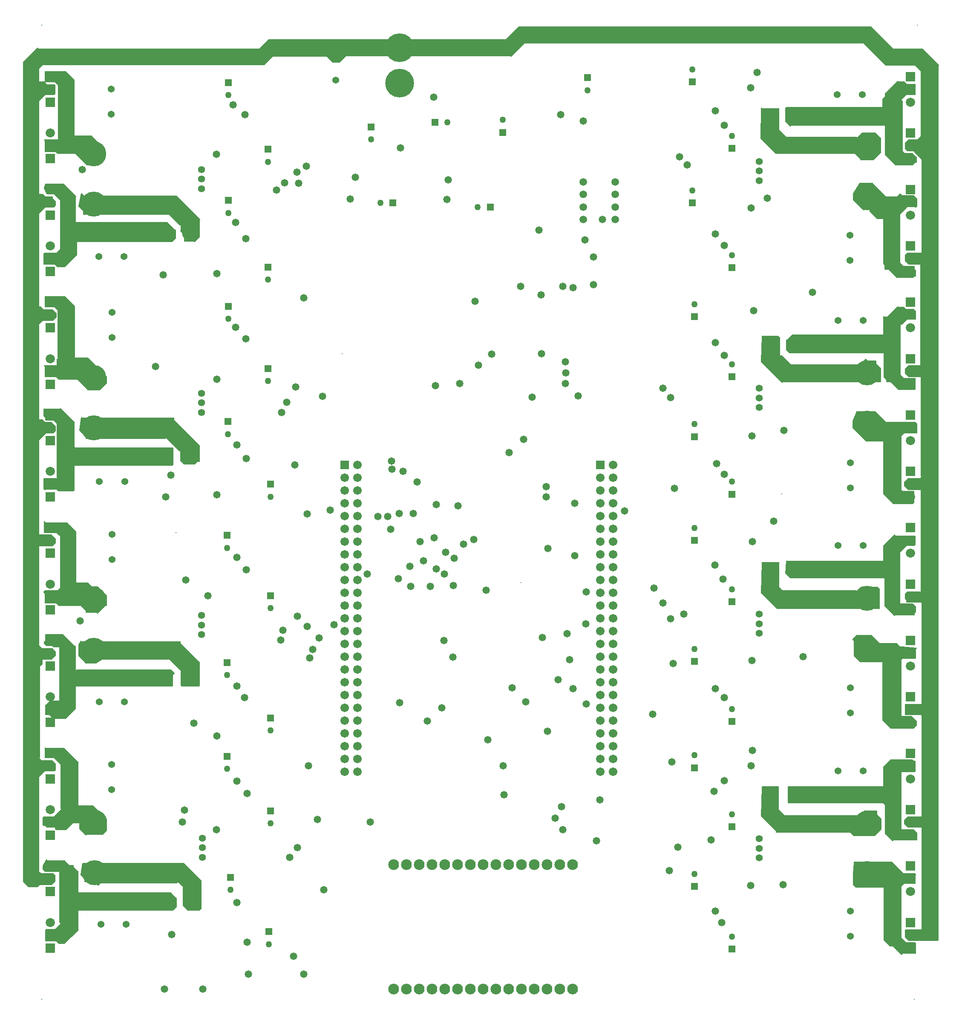
<source format=gbs>
G04 Layer_Color=16711935*
%FSLAX44Y44*%
%MOMM*%
G71*
G01*
G75*
%ADD37C,1.3716*%
%ADD38C,1.2700*%
%ADD40C,1.3970*%
%ADD41C,4.9784*%
%ADD47C,1.4732*%
%ADD52C,1.4986*%
%ADD69C,0.2032*%
%ADD70R,1.4732X1.4732*%
%ADD71R,1.4732X1.4732*%
%ADD72C,2.1336*%
%ADD73C,5.7032*%
%ADD74R,1.8288X1.8288*%
%ADD75C,1.8288*%
%ADD76C,3.2032*%
%ADD77R,1.7112X1.7112*%
%ADD78C,1.7112*%
G36*
X121956Y756666D02*
X121992Y756666D01*
X122022Y756662D01*
X122053Y756659D01*
X122088Y756652D01*
X122124Y756647D01*
X122154Y756639D01*
X122184Y756634D01*
X122218Y756622D01*
X122253Y756612D01*
X122281Y756601D01*
X122310Y756591D01*
X122342Y756575D01*
X122375Y756561D01*
X122402Y756545D01*
X122429Y756532D01*
X122459Y756512D01*
X122490Y756494D01*
X122514Y756475D01*
X122540Y756458D01*
X122567Y756434D01*
X122596Y756412D01*
X122617Y756390D01*
X122640Y756370D01*
X123612Y755398D01*
X318770D01*
X318903Y755389D01*
X319034Y755363D01*
X319160Y755321D01*
X319279Y755262D01*
X319390Y755188D01*
X319490Y755100D01*
X319578Y755000D01*
X319652Y754889D01*
X319711Y754770D01*
X319753Y754643D01*
X319779Y754513D01*
X319788Y754380D01*
Y752262D01*
X357590Y714460D01*
X357678Y714360D01*
X357752Y714249D01*
X357811Y714130D01*
X357854Y714004D01*
X357879Y713873D01*
X357888Y713740D01*
Y666750D01*
X357879Y666617D01*
X357854Y666487D01*
X357811Y666360D01*
X357752Y666241D01*
X357678Y666130D01*
X357590Y666030D01*
X357490Y665942D01*
X357379Y665868D01*
X357260Y665809D01*
X357133Y665767D01*
X357003Y665741D01*
X356870Y665732D01*
X322580D01*
X322447Y665741D01*
X322317Y665767D01*
X322190Y665809D01*
X322071Y665868D01*
X321960Y665942D01*
X321860Y666030D01*
X320590Y667300D01*
X320502Y667400D01*
X320428Y667511D01*
X320369Y667630D01*
X320326Y667757D01*
X320300Y667887D01*
X320292Y668020D01*
Y697482D01*
X320040D01*
X319907Y697490D01*
X319776Y697516D01*
X319650Y697559D01*
X319531Y697618D01*
X319420Y697692D01*
X319320Y697780D01*
X298028Y719072D01*
X160442D01*
X153120Y711750D01*
X153020Y711662D01*
X152909Y711588D01*
X152790Y711529D01*
X152663Y711487D01*
X152533Y711460D01*
X152400Y711452D01*
X130810D01*
X130677Y711460D01*
X130547Y711487D01*
X130420Y711529D01*
X130301Y711588D01*
X130190Y711662D01*
X130090Y711750D01*
X130002Y711850D01*
X129928Y711961D01*
X129869Y712080D01*
X129826Y712206D01*
X129801Y712337D01*
X129792Y712470D01*
Y713318D01*
X117390Y725720D01*
X117302Y725820D01*
X117228Y725931D01*
X117169Y726050D01*
X117127Y726177D01*
X117100Y726307D01*
X117092Y726440D01*
Y748030D01*
X117094Y748066D01*
X117094Y748102D01*
X117099Y748132D01*
X117100Y748163D01*
X117108Y748198D01*
X117113Y748234D01*
X117121Y748263D01*
X117127Y748294D01*
X117138Y748328D01*
X117148Y748363D01*
X117160Y748391D01*
X117169Y748420D01*
X117185Y748452D01*
X117199Y748485D01*
X121009Y756105D01*
X121025Y756132D01*
X121038Y756159D01*
X121058Y756189D01*
X121076Y756220D01*
X121095Y756244D01*
X121112Y756270D01*
X121136Y756297D01*
X121158Y756326D01*
X121180Y756347D01*
X121200Y756370D01*
X121227Y756394D01*
X121253Y756419D01*
X121277Y756438D01*
X121300Y756458D01*
X121330Y756478D01*
X121359Y756500D01*
X121386Y756515D01*
X121411Y756532D01*
X121443Y756548D01*
X121475Y756566D01*
X121503Y756577D01*
X121530Y756591D01*
X121565Y756602D01*
X121598Y756616D01*
X121628Y756624D01*
X121657Y756634D01*
X121692Y756640D01*
X121727Y756650D01*
X121757Y756654D01*
X121787Y756659D01*
X121823Y756662D01*
X121859Y756666D01*
X121889Y756666D01*
X121920Y756668D01*
X121956Y756666D01*
D02*
G37*
G36*
X86493Y769360D02*
X86623Y769333D01*
X86750Y769291D01*
X86869Y769232D01*
X86980Y769158D01*
X87080Y769070D01*
X109642Y746508D01*
X110490D01*
X110623Y746499D01*
X110753Y746473D01*
X110880Y746431D01*
X110999Y746372D01*
X111110Y746298D01*
X111210Y746210D01*
X111298Y746110D01*
X111372Y745999D01*
X111431Y745880D01*
X111474Y745753D01*
X111500Y745623D01*
X111508Y745490D01*
Y697652D01*
X111760Y697400D01*
X113580Y699220D01*
X113680Y699308D01*
X113791Y699382D01*
X113910Y699441D01*
X114037Y699483D01*
X114167Y699510D01*
X114300Y699518D01*
X300990D01*
X301123Y699510D01*
X301254Y699483D01*
X301380Y699441D01*
X301499Y699382D01*
X301610Y699308D01*
X301710Y699220D01*
X308060Y692870D01*
X308148Y692770D01*
X308222Y692659D01*
X308281Y692540D01*
X308323Y692413D01*
X308349Y692283D01*
X308358Y692150D01*
X308349Y692017D01*
X308323Y691887D01*
X308281Y691760D01*
X308222Y691641D01*
X308148Y691530D01*
X308060Y691430D01*
X304548Y687918D01*
Y666750D01*
X304540Y666617D01*
X304513Y666487D01*
X304471Y666360D01*
X304412Y666241D01*
X304338Y666130D01*
X304250Y666030D01*
X304150Y665942D01*
X304039Y665868D01*
X303920Y665809D01*
X303794Y665767D01*
X303663Y665741D01*
X303530Y665732D01*
X111508D01*
Y621030D01*
X111500Y620897D01*
X111474Y620766D01*
X111431Y620640D01*
X111372Y620521D01*
X111298Y620410D01*
X111210Y620310D01*
X92160Y601260D01*
X92060Y601172D01*
X91949Y601098D01*
X91830Y601039D01*
X91704Y600997D01*
X91573Y600970D01*
X91440Y600962D01*
X67310D01*
X67177Y600970D01*
X67046Y600997D01*
X66920Y601039D01*
X66801Y601098D01*
X66690Y601172D01*
X66590Y601260D01*
X59268Y608582D01*
X52070D01*
X51937Y608591D01*
X51807Y608616D01*
X51680Y608659D01*
X51561Y608718D01*
X51450Y608792D01*
X51350Y608880D01*
X51262Y608980D01*
X51188Y609091D01*
X51129Y609210D01*
X51087Y609337D01*
X51061Y609467D01*
X51052Y609600D01*
Y628650D01*
X51061Y628783D01*
X51087Y628913D01*
X51129Y629040D01*
X51188Y629159D01*
X51262Y629270D01*
X51350Y629370D01*
X58970Y636990D01*
X59070Y637078D01*
X59181Y637152D01*
X59300Y637211D01*
X59426Y637253D01*
X59557Y637280D01*
X59690Y637288D01*
X78318D01*
X78992Y637962D01*
Y743202D01*
X68580D01*
X68447Y743211D01*
X68316Y743236D01*
X68190Y743279D01*
X68071Y743338D01*
X67960Y743412D01*
X67860Y743500D01*
X65618Y745742D01*
X53340D01*
X53207Y745751D01*
X53077Y745777D01*
X52950Y745819D01*
X52831Y745878D01*
X52720Y745952D01*
X52620Y746040D01*
X48810Y749850D01*
X48722Y749950D01*
X48648Y750061D01*
X48589Y750180D01*
X48547Y750306D01*
X48520Y750437D01*
X48512Y750570D01*
Y754380D01*
X48520Y754513D01*
X48547Y754643D01*
X48589Y754770D01*
X48648Y754889D01*
X48722Y755000D01*
X48810Y755100D01*
X51052Y757342D01*
Y768350D01*
X51061Y768483D01*
X51087Y768614D01*
X51129Y768740D01*
X51188Y768859D01*
X51262Y768970D01*
X51350Y769070D01*
X51450Y769158D01*
X51561Y769232D01*
X51680Y769291D01*
X51807Y769333D01*
X51937Y769360D01*
X52070Y769368D01*
X86360D01*
X86493Y769360D01*
D02*
G37*
G36*
X1693043Y768090D02*
X1693174Y768064D01*
X1693300Y768021D01*
X1693419Y767962D01*
X1693530Y767888D01*
X1693630Y767800D01*
X1709842Y751588D01*
X1743710D01*
X1743843Y751580D01*
X1743974Y751553D01*
X1744100Y751511D01*
X1744219Y751452D01*
X1744330Y751378D01*
X1744430Y751290D01*
X1750482Y745238D01*
X1753870D01*
X1753916Y745235D01*
X1753962Y745234D01*
X1781902Y742694D01*
X1781922Y742691D01*
X1781943Y742690D01*
X1781988Y742681D01*
X1782034Y742673D01*
X1782053Y742667D01*
X1782074Y742663D01*
X1782117Y742649D01*
X1782162Y742636D01*
X1782180Y742627D01*
X1782200Y742621D01*
X1782241Y742600D01*
X1782283Y742581D01*
X1782301Y742571D01*
X1782319Y742562D01*
X1782357Y742536D01*
X1782397Y742512D01*
X1782413Y742499D01*
X1782430Y742488D01*
X1782464Y742457D01*
X1782500Y742428D01*
X1782514Y742413D01*
X1782530Y742400D01*
X1782560Y742365D01*
X1782592Y742332D01*
X1782604Y742315D01*
X1782618Y742300D01*
X1782643Y742262D01*
X1782671Y742224D01*
X1782681Y742206D01*
X1782692Y742189D01*
X1782712Y742148D01*
X1782734Y742107D01*
X1782742Y742088D01*
X1782751Y742070D01*
X1782766Y742026D01*
X1782782Y741983D01*
X1782787Y741963D01*
X1782793Y741944D01*
X1782802Y741898D01*
X1782813Y741853D01*
X1782816Y741833D01*
X1782820Y741813D01*
X1782823Y741767D01*
X1782827Y741721D01*
X1782827Y741701D01*
X1782828Y741680D01*
X1782825Y741634D01*
X1782824Y741588D01*
X1782821Y741568D01*
X1782820Y741547D01*
X1782811Y741502D01*
X1782803Y741456D01*
X1782798Y741437D01*
X1782793Y741416D01*
X1782779Y741373D01*
X1782766Y741329D01*
X1782757Y741310D01*
X1782751Y741290D01*
X1782730Y741249D01*
X1782711Y741207D01*
X1782701Y741189D01*
X1782692Y741171D01*
X1782666Y741133D01*
X1782642Y741093D01*
X1782629Y741077D01*
X1782618Y741060D01*
X1782587Y741025D01*
X1782558Y740990D01*
X1782543Y740975D01*
X1782530Y740960D01*
X1781558Y739988D01*
Y721360D01*
X1781550Y721227D01*
X1781523Y721096D01*
X1781481Y720970D01*
X1781422Y720851D01*
X1781348Y720740D01*
X1781260Y720640D01*
X1781160Y720552D01*
X1781049Y720478D01*
X1780930Y720419D01*
X1780804Y720377D01*
X1780673Y720350D01*
X1780540Y720342D01*
X1754292D01*
X1752348Y718398D01*
Y606808D01*
X1772920D01*
X1773053Y606800D01*
X1773183Y606773D01*
X1773310Y606731D01*
X1773429Y606672D01*
X1773540Y606598D01*
X1773640Y606510D01*
X1782530Y597620D01*
X1782618Y597520D01*
X1782692Y597409D01*
X1782751Y597290D01*
X1782772Y597227D01*
X1782793Y597164D01*
X1782820Y597033D01*
X1782828Y596900D01*
Y588010D01*
X1782820Y587877D01*
X1782793Y587747D01*
X1782751Y587620D01*
X1782692Y587501D01*
X1782618Y587390D01*
X1782530Y587290D01*
X1777450Y582210D01*
X1777350Y582122D01*
X1777239Y582048D01*
X1777120Y581989D01*
X1776994Y581946D01*
X1776863Y581921D01*
X1776730Y581912D01*
X1731010D01*
X1730877Y581921D01*
X1730746Y581946D01*
X1730620Y581989D01*
X1730501Y582048D01*
X1730390Y582122D01*
X1730290Y582210D01*
X1715050Y597450D01*
X1714962Y597550D01*
X1714888Y597661D01*
X1714829Y597780D01*
X1714787Y597906D01*
X1714760Y598037D01*
X1714752Y598170D01*
Y713992D01*
X1670050D01*
X1669917Y714000D01*
X1669787Y714026D01*
X1669660Y714069D01*
X1669541Y714128D01*
X1669430Y714202D01*
X1669330Y714290D01*
X1657900Y725720D01*
X1657812Y725820D01*
X1657738Y725931D01*
X1657679Y726050D01*
X1657637Y726177D01*
X1657610Y726307D01*
X1657602Y726440D01*
Y756498D01*
X1655360Y758740D01*
X1655272Y758840D01*
X1655198Y758951D01*
X1655139Y759070D01*
X1655096Y759196D01*
X1655070Y759327D01*
X1655062Y759460D01*
X1655070Y759593D01*
X1655096Y759724D01*
X1655139Y759850D01*
X1655198Y759969D01*
X1655272Y760080D01*
X1655360Y760180D01*
X1662980Y767800D01*
X1663080Y767888D01*
X1663191Y767962D01*
X1663310Y768021D01*
X1663436Y768064D01*
X1663567Y768090D01*
X1663700Y768098D01*
X1692910D01*
X1693043Y768090D01*
D02*
G37*
G36*
X1508893Y912869D02*
X1509023Y912843D01*
X1509150Y912801D01*
X1509269Y912742D01*
X1509380Y912668D01*
X1509480Y912580D01*
X1509568Y912480D01*
X1509642Y912369D01*
X1509701Y912250D01*
X1509743Y912123D01*
X1509769Y911993D01*
X1509778Y911860D01*
Y864022D01*
X1516802Y856998D01*
X1662430D01*
X1662563Y856990D01*
X1662693Y856964D01*
X1662820Y856921D01*
X1662939Y856862D01*
X1663050Y856788D01*
X1663150Y856700D01*
X1663700Y856150D01*
X1670600Y863050D01*
X1670700Y863138D01*
X1670811Y863212D01*
X1670930Y863271D01*
X1671057Y863314D01*
X1671187Y863339D01*
X1671320Y863348D01*
X1705610D01*
X1705743Y863339D01*
X1705874Y863314D01*
X1706000Y863271D01*
X1706119Y863212D01*
X1706230Y863138D01*
X1706330Y863050D01*
X1708870Y860510D01*
X1708958Y860410D01*
X1709032Y860299D01*
X1709091Y860180D01*
X1709133Y860053D01*
X1709160Y859923D01*
X1709168Y859790D01*
Y820420D01*
X1709160Y820287D01*
X1709133Y820156D01*
X1709091Y820030D01*
X1709032Y819911D01*
X1708958Y819800D01*
X1708870Y819700D01*
X1708770Y819612D01*
X1708659Y819538D01*
X1708540Y819479D01*
X1708414Y819436D01*
X1708283Y819410D01*
X1708150Y819402D01*
X1506220D01*
X1506087Y819410D01*
X1505957Y819436D01*
X1505830Y819479D01*
X1505711Y819538D01*
X1505600Y819612D01*
X1505500Y819700D01*
X1475318Y849882D01*
X1474470D01*
X1474459Y849883D01*
X1474449Y849882D01*
X1474393Y849887D01*
X1474337Y849891D01*
X1474327Y849893D01*
X1474316Y849893D01*
X1474261Y849906D01*
X1474207Y849917D01*
X1474196Y849920D01*
X1474186Y849922D01*
X1474133Y849941D01*
X1474080Y849959D01*
X1474071Y849964D01*
X1474061Y849968D01*
X1474011Y849993D01*
X1473961Y850018D01*
X1473952Y850024D01*
X1473943Y850029D01*
X1473897Y850061D01*
X1473850Y850092D01*
X1473842Y850099D01*
X1473833Y850105D01*
X1473792Y850143D01*
X1473750Y850180D01*
X1473743Y850188D01*
X1473735Y850195D01*
X1473699Y850238D01*
X1473662Y850280D01*
X1473656Y850289D01*
X1473649Y850297D01*
X1473619Y850344D01*
X1473588Y850391D01*
X1473584Y850400D01*
X1473578Y850409D01*
X1473554Y850460D01*
X1473529Y850510D01*
X1473526Y850520D01*
X1473521Y850530D01*
X1473505Y850583D01*
X1473486Y850637D01*
X1473484Y850647D01*
X1473481Y850657D01*
X1473471Y850712D01*
X1473461Y850767D01*
X1473460Y850778D01*
X1473458Y850788D01*
X1473456Y850844D01*
X1473452Y850900D01*
X1473452Y850911D01*
X1473452Y850921D01*
X1474722Y911881D01*
X1474727Y911937D01*
X1474731Y911993D01*
X1474733Y912003D01*
X1474733Y912014D01*
X1474745Y912068D01*
X1474756Y912123D01*
X1474760Y912134D01*
X1474762Y912144D01*
X1474781Y912196D01*
X1474799Y912250D01*
X1474804Y912259D01*
X1474808Y912269D01*
X1474833Y912319D01*
X1474858Y912369D01*
X1474864Y912378D01*
X1474869Y912387D01*
X1474901Y912433D01*
X1474932Y912480D01*
X1474939Y912488D01*
X1474945Y912496D01*
X1474983Y912538D01*
X1475020Y912580D01*
X1475028Y912587D01*
X1475035Y912595D01*
X1475078Y912631D01*
X1475120Y912668D01*
X1475129Y912674D01*
X1475137Y912681D01*
X1475185Y912711D01*
X1475231Y912742D01*
X1475240Y912746D01*
X1475249Y912752D01*
X1475300Y912776D01*
X1475350Y912801D01*
X1475360Y912804D01*
X1475370Y912809D01*
X1475424Y912826D01*
X1475477Y912843D01*
X1475487Y912846D01*
X1475497Y912849D01*
X1475553Y912859D01*
X1475607Y912869D01*
X1475618Y912870D01*
X1475628Y912872D01*
X1475685Y912875D01*
X1475740Y912878D01*
X1508760D01*
X1508893Y912869D01*
D02*
G37*
G36*
X49663Y994149D02*
X49794Y994124D01*
X49920Y994081D01*
X50039Y994022D01*
X50150Y993948D01*
X50250Y993860D01*
X52492Y991618D01*
X93980D01*
X94113Y991609D01*
X94243Y991583D01*
X94370Y991541D01*
X94489Y991482D01*
X94600Y991408D01*
X94700Y991320D01*
X112480Y973540D01*
X112568Y973440D01*
X112642Y973329D01*
X112701Y973210D01*
X112744Y973083D01*
X112769Y972953D01*
X112778Y972820D01*
Y872238D01*
X135890D01*
X136023Y872230D01*
X136153Y872204D01*
X136280Y872161D01*
X136399Y872102D01*
X136510Y872028D01*
X136610Y871940D01*
X143932Y864618D01*
X154940D01*
X155073Y864610D01*
X155204Y864584D01*
X155330Y864541D01*
X155449Y864482D01*
X155560Y864408D01*
X155660Y864320D01*
X173440Y846540D01*
X173528Y846440D01*
X173602Y846329D01*
X173661Y846210D01*
X173703Y846084D01*
X173729Y845953D01*
X173738Y845820D01*
Y826770D01*
X173729Y826637D01*
X173703Y826507D01*
X173661Y826380D01*
X173602Y826261D01*
X173528Y826150D01*
X173440Y826050D01*
X173340Y825962D01*
X173229Y825888D01*
X173110Y825829D01*
X172983Y825787D01*
X172853Y825760D01*
X172720Y825752D01*
X170602D01*
X155660Y810810D01*
X155560Y810722D01*
X155449Y810648D01*
X155330Y810589D01*
X155204Y810546D01*
X155073Y810520D01*
X154940Y810512D01*
X154807Y810520D01*
X154677Y810546D01*
X154550Y810589D01*
X154431Y810648D01*
X154320Y810722D01*
X154220Y810810D01*
X153248Y811782D01*
X132080D01*
X131947Y811790D01*
X131817Y811816D01*
X131690Y811859D01*
X131571Y811918D01*
X131460Y811992D01*
X131360Y812080D01*
X131272Y812180D01*
X131198Y812291D01*
X131139Y812410D01*
X131096Y812536D01*
X131070Y812667D01*
X131062Y812800D01*
Y816188D01*
X121498Y825752D01*
X77470D01*
X77337Y825760D01*
X77207Y825787D01*
X77080Y825829D01*
X76961Y825888D01*
X76850Y825962D01*
X76750Y826050D01*
X76662Y826150D01*
X76588Y826261D01*
X76529Y826380D01*
X76487Y826507D01*
X76460Y826637D01*
X76452Y826770D01*
Y827618D01*
X72390Y831680D01*
X71840Y831130D01*
X71740Y831042D01*
X71629Y830968D01*
X71510Y830909D01*
X71384Y830866D01*
X71253Y830841D01*
X71120Y830832D01*
X50800D01*
X50667Y830841D01*
X50536Y830866D01*
X50410Y830909D01*
X50291Y830968D01*
X50180Y831042D01*
X50080Y831130D01*
X49992Y831230D01*
X49918Y831341D01*
X49859Y831460D01*
X49816Y831587D01*
X49791Y831717D01*
X49782Y831850D01*
Y850478D01*
X47540Y852720D01*
X47452Y852820D01*
X47378Y852931D01*
X47319Y853050D01*
X47277Y853176D01*
X47250Y853307D01*
X47242Y853440D01*
X47250Y853573D01*
X47277Y853704D01*
X47319Y853830D01*
X47378Y853949D01*
X47452Y854060D01*
X47540Y854160D01*
X50080Y856700D01*
X50180Y856788D01*
X50291Y856862D01*
X50410Y856921D01*
X50536Y856964D01*
X50667Y856990D01*
X50800Y856998D01*
X75778D01*
X80262Y861482D01*
Y965452D01*
X78740D01*
X78607Y965461D01*
X78477Y965487D01*
X78350Y965529D01*
X78231Y965588D01*
X78120Y965662D01*
X78020Y965750D01*
X73238Y970532D01*
X49530D01*
X49397Y970540D01*
X49267Y970566D01*
X49140Y970609D01*
X49021Y970668D01*
X48910Y970742D01*
X48810Y970830D01*
X48722Y970930D01*
X48648Y971041D01*
X48589Y971160D01*
X48547Y971286D01*
X48520Y971417D01*
X48512Y971550D01*
Y993140D01*
X48520Y993273D01*
X48547Y993403D01*
X48589Y993530D01*
X48648Y993649D01*
X48722Y993760D01*
X48810Y993860D01*
X48910Y993948D01*
X49021Y994022D01*
X49140Y994081D01*
X49267Y994124D01*
X49397Y994149D01*
X49530Y994158D01*
X49663Y994149D01*
D02*
G37*
G36*
X1738763Y967479D02*
X1738893Y967454D01*
X1739020Y967411D01*
X1739139Y967352D01*
X1739250Y967278D01*
X1739350Y967190D01*
X1741592Y964948D01*
X1779270D01*
X1779403Y964939D01*
X1779534Y964913D01*
X1779660Y964871D01*
X1779779Y964812D01*
X1779890Y964738D01*
X1779990Y964650D01*
X1780078Y964550D01*
X1780152Y964439D01*
X1780211Y964320D01*
X1780253Y964193D01*
X1780280Y964063D01*
X1780288Y963930D01*
Y947420D01*
X1780280Y947287D01*
X1780253Y947157D01*
X1780211Y947030D01*
X1780152Y946911D01*
X1780078Y946800D01*
X1779990Y946700D01*
X1778720Y945430D01*
X1778620Y945342D01*
X1778509Y945268D01*
X1778390Y945209D01*
X1778264Y945166D01*
X1778133Y945141D01*
X1778000Y945132D01*
X1762508D01*
Y944880D01*
X1762500Y944747D01*
X1762473Y944616D01*
X1762431Y944490D01*
X1762372Y944371D01*
X1762298Y944260D01*
X1762210Y944160D01*
X1749808Y931758D01*
Y830328D01*
X1775460D01*
X1775593Y830320D01*
X1775724Y830294D01*
X1775850Y830251D01*
X1775969Y830192D01*
X1776080Y830118D01*
X1776180Y830030D01*
X1781260Y824950D01*
X1781348Y824850D01*
X1781422Y824739D01*
X1781481Y824620D01*
X1781523Y824493D01*
X1781550Y824363D01*
X1781558Y824230D01*
Y814070D01*
X1781550Y813937D01*
X1781523Y813807D01*
X1781481Y813680D01*
X1781422Y813561D01*
X1781348Y813450D01*
X1781260Y813350D01*
X1779018Y811108D01*
Y807720D01*
X1779010Y807587D01*
X1778983Y807457D01*
X1778941Y807330D01*
X1778882Y807211D01*
X1778808Y807100D01*
X1778720Y807000D01*
X1778620Y806912D01*
X1778509Y806838D01*
X1778390Y806779D01*
X1778264Y806737D01*
X1778133Y806711D01*
X1778000Y806702D01*
X1740322D01*
X1739350Y805730D01*
X1739250Y805642D01*
X1739139Y805568D01*
X1739059Y805529D01*
X1739020Y805509D01*
X1738893Y805467D01*
X1738763Y805441D01*
X1738630Y805432D01*
X1738497Y805441D01*
X1738367Y805467D01*
X1738240Y805509D01*
X1738121Y805568D01*
X1738010Y805642D01*
X1737910Y805730D01*
X1718860Y824780D01*
X1718772Y824880D01*
X1718698Y824991D01*
X1718639Y825110D01*
X1718596Y825237D01*
X1718571Y825367D01*
X1718562Y825500D01*
Y879688D01*
X1717888Y880362D01*
X1531620D01*
X1531487Y880370D01*
X1531357Y880396D01*
X1531230Y880439D01*
X1531111Y880498D01*
X1531000Y880572D01*
X1530900Y880660D01*
X1522010Y889550D01*
X1521992Y889570D01*
X1521973Y889589D01*
X1521948Y889620D01*
X1521922Y889650D01*
X1521907Y889672D01*
X1521891Y889694D01*
X1521870Y889728D01*
X1521848Y889761D01*
X1521836Y889785D01*
X1521823Y889808D01*
X1521807Y889844D01*
X1521789Y889880D01*
X1521781Y889906D01*
X1521770Y889930D01*
X1521759Y889969D01*
X1521747Y890006D01*
X1521741Y890033D01*
X1521734Y890059D01*
X1521728Y890098D01*
X1521720Y890137D01*
X1521719Y890164D01*
X1521715Y890190D01*
X1521714Y890230D01*
X1521712Y890270D01*
X1521714Y890297D01*
X1521713Y890323D01*
X1522983Y914454D01*
X1522988Y914493D01*
X1522991Y914533D01*
X1522996Y914559D01*
X1522999Y914586D01*
X1523009Y914624D01*
X1523017Y914663D01*
X1523025Y914689D01*
X1523032Y914715D01*
X1523047Y914752D01*
X1523059Y914790D01*
X1523071Y914814D01*
X1523081Y914838D01*
X1523101Y914874D01*
X1523118Y914909D01*
X1523133Y914931D01*
X1523146Y914955D01*
X1523170Y914987D01*
X1523192Y915020D01*
X1523210Y915040D01*
X1523226Y915061D01*
X1523254Y915090D01*
X1523280Y915120D01*
X1523300Y915138D01*
X1523319Y915157D01*
X1523350Y915182D01*
X1523380Y915208D01*
X1523402Y915223D01*
X1523423Y915239D01*
X1523458Y915260D01*
X1523491Y915282D01*
X1523515Y915294D01*
X1523538Y915307D01*
X1523575Y915323D01*
X1523610Y915341D01*
X1523636Y915349D01*
X1523660Y915360D01*
X1523699Y915371D01*
X1523737Y915384D01*
X1523763Y915389D01*
X1523788Y915396D01*
X1523828Y915402D01*
X1523867Y915409D01*
X1523894Y915411D01*
X1523920Y915415D01*
X1523960Y915416D01*
X1524000Y915418D01*
X1715348D01*
X1716022Y916092D01*
Y944880D01*
X1716030Y945013D01*
X1716057Y945144D01*
X1716099Y945270D01*
X1716158Y945389D01*
X1716232Y945500D01*
X1716320Y945600D01*
X1737910Y967190D01*
X1738010Y967278D01*
X1738121Y967352D01*
X1738201Y967391D01*
X1738240Y967411D01*
X1738367Y967454D01*
X1738497Y967479D01*
X1738630Y967488D01*
X1738763Y967479D01*
D02*
G37*
G36*
X53376Y322326D02*
X53412Y322326D01*
X53442Y322322D01*
X53473Y322319D01*
X53508Y322312D01*
X53544Y322308D01*
X53573Y322299D01*
X53604Y322294D01*
X53638Y322282D01*
X53673Y322272D01*
X53701Y322261D01*
X53730Y322251D01*
X53762Y322235D01*
X53795Y322221D01*
X53822Y322205D01*
X53849Y322192D01*
X53879Y322172D01*
X53910Y322154D01*
X53934Y322135D01*
X53960Y322118D01*
X53987Y322094D01*
X54015Y322072D01*
X54037Y322050D01*
X54060Y322030D01*
X56302Y319788D01*
X90170D01*
X90303Y319779D01*
X90434Y319753D01*
X90560Y319711D01*
X90679Y319652D01*
X90790Y319578D01*
X90890Y319490D01*
X99482Y310898D01*
X106680D01*
X106813Y310889D01*
X106944Y310863D01*
X107070Y310821D01*
X107189Y310762D01*
X107300Y310688D01*
X107400Y310600D01*
X107488Y310500D01*
X107562Y310389D01*
X107621Y310270D01*
X107663Y310144D01*
X107690Y310013D01*
X107698Y309880D01*
Y307762D01*
X116290Y299170D01*
X116378Y299070D01*
X116452Y298959D01*
X116511Y298840D01*
X116532Y298777D01*
X116553Y298713D01*
X116580Y298583D01*
X116588Y298450D01*
Y256288D01*
X300990D01*
X301123Y256280D01*
X301254Y256254D01*
X301380Y256211D01*
X301499Y256152D01*
X301610Y256078D01*
X301710Y255990D01*
X311870Y245830D01*
X311958Y245730D01*
X312032Y245619D01*
X312091Y245500D01*
X312134Y245373D01*
X312160Y245243D01*
X312168Y245110D01*
Y227330D01*
X312160Y227197D01*
X312134Y227066D01*
X312091Y226940D01*
X312032Y226821D01*
X311958Y226710D01*
X311870Y226610D01*
X305520Y220260D01*
X305420Y220172D01*
X305309Y220098D01*
X305190Y220039D01*
X305063Y219996D01*
X304933Y219970D01*
X304800Y219962D01*
X116588D01*
Y180340D01*
X116587Y180327D01*
X116588Y180314D01*
X116583Y180260D01*
X116580Y180207D01*
X116577Y180194D01*
X116576Y180181D01*
X116564Y180129D01*
X116553Y180077D01*
X116549Y180064D01*
X116546Y180051D01*
X116528Y180002D01*
X116511Y179950D01*
X116505Y179939D01*
X116500Y179926D01*
X116475Y179879D01*
X116452Y179831D01*
X116445Y179820D01*
X116438Y179809D01*
X116408Y179765D01*
X116378Y179720D01*
X116369Y179710D01*
X116362Y179700D01*
X116325Y179660D01*
X116290Y179620D01*
X116280Y179611D01*
X116271Y179602D01*
X90871Y155472D01*
X90858Y155461D01*
X90845Y155448D01*
X90807Y155418D01*
X90769Y155387D01*
X90754Y155377D01*
X90740Y155366D01*
X90698Y155342D01*
X90656Y155316D01*
X90640Y155308D01*
X90625Y155299D01*
X88085Y154029D01*
X88052Y154015D01*
X88020Y153999D01*
X87991Y153989D01*
X87963Y153978D01*
X87928Y153968D01*
X87893Y153956D01*
X87864Y153951D01*
X87834Y153942D01*
X87798Y153938D01*
X87763Y153931D01*
X87732Y153928D01*
X87702Y153924D01*
X87666Y153924D01*
X87630Y153922D01*
X78740D01*
X78607Y153931D01*
X78477Y153956D01*
X78350Y153999D01*
X78231Y154058D01*
X78120Y154132D01*
X78020Y154220D01*
X73238Y159002D01*
X52070D01*
X51937Y159010D01*
X51807Y159037D01*
X51680Y159079D01*
X51561Y159138D01*
X51450Y159212D01*
X51350Y159300D01*
X51262Y159400D01*
X51188Y159511D01*
X51129Y159630D01*
X51087Y159756D01*
X51061Y159887D01*
X51052Y160020D01*
Y181610D01*
X51061Y181743D01*
X51087Y181873D01*
X51129Y182000D01*
X51188Y182119D01*
X51262Y182230D01*
X51350Y182330D01*
X52620Y183600D01*
X52720Y183688D01*
X52831Y183762D01*
X52950Y183821D01*
X53077Y183864D01*
X53207Y183890D01*
X53340Y183898D01*
X70698D01*
X81110Y194310D01*
X79290Y196130D01*
X79202Y196230D01*
X79128Y196341D01*
X79069Y196460D01*
X79026Y196586D01*
X79001Y196717D01*
X78992Y196850D01*
Y297432D01*
X50800D01*
X50667Y297440D01*
X50536Y297467D01*
X50410Y297509D01*
X50291Y297568D01*
X50180Y297642D01*
X50080Y297730D01*
X46270Y301540D01*
X46182Y301640D01*
X46108Y301751D01*
X46049Y301870D01*
X46006Y301996D01*
X45981Y302127D01*
X45972Y302260D01*
Y308610D01*
X45974Y308646D01*
X45974Y308682D01*
X45978Y308712D01*
X45981Y308743D01*
X45988Y308778D01*
X45992Y308814D01*
X46000Y308843D01*
X46006Y308874D01*
X46018Y308908D01*
X46028Y308943D01*
X46040Y308971D01*
X46049Y309000D01*
X46065Y309032D01*
X46079Y309065D01*
X52429Y321765D01*
X52445Y321792D01*
X52458Y321819D01*
X52478Y321849D01*
X52497Y321880D01*
X52515Y321904D01*
X52532Y321930D01*
X52556Y321957D01*
X52578Y321986D01*
X52600Y322007D01*
X52620Y322030D01*
X52647Y322054D01*
X52673Y322079D01*
X52697Y322098D01*
X52720Y322118D01*
X52750Y322138D01*
X52779Y322160D01*
X52806Y322175D01*
X52831Y322192D01*
X52863Y322208D01*
X52895Y322226D01*
X52923Y322237D01*
X52950Y322251D01*
X52985Y322262D01*
X53018Y322276D01*
X53047Y322284D01*
X53077Y322294D01*
X53112Y322300D01*
X53147Y322310D01*
X53177Y322313D01*
X53207Y322319D01*
X53243Y322322D01*
X53279Y322326D01*
X53309Y322326D01*
X53340Y322328D01*
X53376Y322326D01*
D02*
G37*
G36*
X326523Y314699D02*
X326654Y314674D01*
X326780Y314631D01*
X326899Y314572D01*
X327010Y314498D01*
X327110Y314410D01*
X361400Y280120D01*
X361488Y280020D01*
X361562Y279909D01*
X361621Y279790D01*
X361664Y279664D01*
X361689Y279533D01*
X361698Y279400D01*
Y224790D01*
X361689Y224657D01*
X361664Y224527D01*
X361621Y224400D01*
X361562Y224281D01*
X361488Y224170D01*
X361400Y224070D01*
X357590Y220260D01*
X357490Y220172D01*
X357379Y220098D01*
X357260Y220039D01*
X357133Y219996D01*
X357003Y219970D01*
X356870Y219962D01*
X334010D01*
X333877Y219970D01*
X333746Y219996D01*
X333620Y220039D01*
X333501Y220098D01*
X333390Y220172D01*
X333290Y220260D01*
X333202Y220360D01*
X333128Y220471D01*
X333069Y220590D01*
X333027Y220716D01*
X333000Y220847D01*
X332992Y220980D01*
Y221828D01*
X324400Y230420D01*
X324312Y230520D01*
X324238Y230631D01*
X324179Y230750D01*
X324158Y230813D01*
X324137Y230877D01*
X324110Y231007D01*
X324102Y231140D01*
Y268222D01*
X323850D01*
X323717Y268230D01*
X323587Y268256D01*
X323460Y268299D01*
X323341Y268358D01*
X323230Y268432D01*
X323130Y268520D01*
X314960Y276690D01*
X313140Y274870D01*
X313040Y274782D01*
X312929Y274708D01*
X312810Y274649D01*
X312684Y274606D01*
X312553Y274580D01*
X312420Y274572D01*
X161712D01*
X156930Y269790D01*
X156830Y269702D01*
X156719Y269628D01*
X156639Y269589D01*
X156600Y269569D01*
X156474Y269527D01*
X156343Y269501D01*
X156210Y269492D01*
X156077Y269501D01*
X155947Y269527D01*
X155820Y269569D01*
X155701Y269628D01*
X155590Y269702D01*
X155490Y269790D01*
X148168Y277112D01*
X129540D01*
X129407Y277120D01*
X129277Y277146D01*
X129150Y277189D01*
X129031Y277248D01*
X128920Y277322D01*
X128820Y277410D01*
X128732Y277510D01*
X128658Y277621D01*
X128599Y277740D01*
X128556Y277866D01*
X128531Y277997D01*
X128522Y278130D01*
Y284058D01*
X121200Y291380D01*
X121185Y291397D01*
X121169Y291412D01*
X121142Y291447D01*
X121112Y291480D01*
X121100Y291499D01*
X121086Y291516D01*
X121063Y291554D01*
X121038Y291591D01*
X121028Y291611D01*
X121017Y291630D01*
X120999Y291670D01*
X120979Y291710D01*
X120972Y291732D01*
X120963Y291752D01*
X120951Y291794D01*
X120936Y291836D01*
X120932Y291858D01*
X120926Y291880D01*
X120919Y291924D01*
X120911Y291967D01*
X120909Y291989D01*
X120906Y292011D01*
X120905Y292056D01*
X120902Y292100D01*
X120903Y292122D01*
X120903Y292145D01*
X120908Y292188D01*
X120911Y292233D01*
X120915Y292255D01*
X120917Y292277D01*
X124727Y313867D01*
X124738Y313910D01*
X124747Y313953D01*
X124754Y313975D01*
X124759Y313996D01*
X124775Y314037D01*
X124789Y314080D01*
X124799Y314100D01*
X124807Y314120D01*
X124829Y314160D01*
X124848Y314199D01*
X124860Y314217D01*
X124871Y314237D01*
X124898Y314273D01*
X124922Y314310D01*
X124937Y314326D01*
X124950Y314345D01*
X124981Y314377D01*
X125010Y314410D01*
X125027Y314425D01*
X125042Y314441D01*
X125077Y314469D01*
X125110Y314498D01*
X125129Y314510D01*
X125146Y314524D01*
X125184Y314547D01*
X125221Y314572D01*
X125241Y314582D01*
X125260Y314593D01*
X125301Y314611D01*
X125340Y314631D01*
X125362Y314638D01*
X125382Y314647D01*
X125424Y314659D01*
X125466Y314674D01*
X125488Y314678D01*
X125510Y314684D01*
X125554Y314691D01*
X125597Y314699D01*
X125619Y314701D01*
X125641Y314704D01*
X125686Y314705D01*
X125730Y314708D01*
X326390D01*
X326523Y314699D01*
D02*
G37*
G36*
X1733683Y317239D02*
X1733813Y317213D01*
X1733940Y317171D01*
X1734059Y317112D01*
X1734170Y317038D01*
X1734270Y316950D01*
X1756832Y294388D01*
X1779270D01*
X1779403Y294380D01*
X1779534Y294354D01*
X1779660Y294311D01*
X1779779Y294252D01*
X1779890Y294178D01*
X1779990Y294090D01*
X1781260Y292820D01*
X1781348Y292720D01*
X1781422Y292609D01*
X1781461Y292529D01*
X1781481Y292490D01*
X1781523Y292363D01*
X1781550Y292233D01*
X1781558Y292100D01*
X1781550Y291967D01*
X1781523Y291836D01*
X1781481Y291710D01*
X1781422Y291591D01*
X1781348Y291480D01*
X1781260Y291380D01*
X1780288Y290408D01*
Y274320D01*
X1780280Y274187D01*
X1780253Y274056D01*
X1780211Y273930D01*
X1780152Y273811D01*
X1780078Y273700D01*
X1779990Y273600D01*
X1779890Y273512D01*
X1779779Y273438D01*
X1779660Y273379D01*
X1779534Y273337D01*
X1779403Y273311D01*
X1779270Y273302D01*
X1758102D01*
X1752348Y267548D01*
Y166792D01*
X1761912Y157228D01*
X1779270D01*
X1779403Y157219D01*
X1779534Y157193D01*
X1779660Y157151D01*
X1779779Y157092D01*
X1779890Y157018D01*
X1779990Y156930D01*
X1781260Y155660D01*
X1781348Y155560D01*
X1781422Y155449D01*
X1781481Y155330D01*
X1781523Y155204D01*
X1781550Y155073D01*
X1781558Y154940D01*
Y135890D01*
X1781550Y135757D01*
X1781523Y135626D01*
X1781481Y135500D01*
X1781422Y135381D01*
X1781348Y135270D01*
X1781260Y135170D01*
X1781160Y135082D01*
X1781049Y135008D01*
X1780930Y134949D01*
X1780804Y134907D01*
X1780673Y134881D01*
X1780540Y134872D01*
X1755562D01*
X1753320Y132630D01*
X1753220Y132542D01*
X1753109Y132468D01*
X1752990Y132409D01*
X1752863Y132367D01*
X1752733Y132340D01*
X1752600Y132332D01*
X1752467Y132340D01*
X1752336Y132367D01*
X1752210Y132409D01*
X1752091Y132468D01*
X1751980Y132542D01*
X1751880Y132630D01*
X1735668Y148842D01*
X1729740D01*
X1729607Y148850D01*
X1729476Y148876D01*
X1729350Y148919D01*
X1729231Y148978D01*
X1729120Y149052D01*
X1729020Y149140D01*
X1717590Y160570D01*
X1717502Y160670D01*
X1717428Y160781D01*
X1717369Y160900D01*
X1717327Y161026D01*
X1717301Y161157D01*
X1717292Y161290D01*
Y265682D01*
X1662430D01*
X1662297Y265690D01*
X1662166Y265716D01*
X1662040Y265759D01*
X1661921Y265818D01*
X1661810Y265892D01*
X1661710Y265980D01*
X1656630Y271060D01*
X1656542Y271160D01*
X1656468Y271271D01*
X1656409Y271390D01*
X1656366Y271516D01*
X1656340Y271647D01*
X1656332Y271780D01*
Y293370D01*
X1656334Y293398D01*
X1656333Y293426D01*
X1657603Y316287D01*
X1657608Y316325D01*
X1657610Y316363D01*
X1657616Y316390D01*
X1657619Y316419D01*
X1657629Y316456D01*
X1657637Y316493D01*
X1657646Y316520D01*
X1657653Y316548D01*
X1657667Y316583D01*
X1657679Y316620D01*
X1657692Y316645D01*
X1657702Y316671D01*
X1657721Y316705D01*
X1657738Y316739D01*
X1657754Y316763D01*
X1657768Y316787D01*
X1657791Y316818D01*
X1657812Y316850D01*
X1657831Y316871D01*
X1657848Y316894D01*
X1657875Y316921D01*
X1657900Y316950D01*
X1657921Y316969D01*
X1657941Y316989D01*
X1657971Y317013D01*
X1658000Y317038D01*
X1658024Y317053D01*
X1658046Y317071D01*
X1658079Y317090D01*
X1658111Y317112D01*
X1658136Y317124D01*
X1658161Y317139D01*
X1658196Y317154D01*
X1658230Y317171D01*
X1658257Y317180D01*
X1658283Y317191D01*
X1658320Y317201D01*
X1658356Y317213D01*
X1658384Y317219D01*
X1658411Y317227D01*
X1658450Y317232D01*
X1658487Y317239D01*
X1658515Y317241D01*
X1658543Y317245D01*
X1658582Y317246D01*
X1658620Y317248D01*
X1733550D01*
X1733683Y317239D01*
D02*
G37*
G36*
X50933Y544570D02*
X51063Y544543D01*
X51190Y544501D01*
X51309Y544442D01*
X51420Y544368D01*
X51520Y544280D01*
X52492Y543308D01*
X88900D01*
X89033Y543299D01*
X89164Y543274D01*
X89290Y543231D01*
X89409Y543172D01*
X89520Y543098D01*
X89620Y543010D01*
X116290Y516340D01*
X116378Y516240D01*
X116452Y516129D01*
X116511Y516010D01*
X116553Y515883D01*
X116580Y515753D01*
X116588Y515620D01*
Y429008D01*
X146050D01*
X146183Y428999D01*
X146313Y428974D01*
X146440Y428931D01*
X146559Y428872D01*
X146670Y428798D01*
X146770Y428710D01*
X173440Y402040D01*
X173528Y401940D01*
X173602Y401829D01*
X173661Y401710D01*
X173703Y401584D01*
X173729Y401453D01*
X173738Y401320D01*
Y379730D01*
X173729Y379597D01*
X173703Y379467D01*
X173661Y379340D01*
X173602Y379221D01*
X173528Y379110D01*
X173440Y379010D01*
X165820Y371390D01*
X165720Y371302D01*
X165609Y371228D01*
X165490Y371169D01*
X165364Y371127D01*
X165233Y371101D01*
X165100Y371092D01*
X133772D01*
X132800Y370120D01*
X132700Y370032D01*
X132589Y369958D01*
X132509Y369919D01*
X132470Y369899D01*
X132344Y369856D01*
X132213Y369831D01*
X132080Y369822D01*
X131947Y369831D01*
X131817Y369856D01*
X131690Y369899D01*
X131571Y369958D01*
X131460Y370032D01*
X131360Y370120D01*
X118660Y382820D01*
X118572Y382920D01*
X118498Y383031D01*
X118439Y383150D01*
X118397Y383276D01*
X118371Y383407D01*
X118362Y383540D01*
Y393952D01*
X105832D01*
X92160Y380280D01*
X92060Y380192D01*
X91949Y380118D01*
X91830Y380059D01*
X91704Y380017D01*
X91573Y379991D01*
X91440Y379982D01*
X73660D01*
X73527Y379991D01*
X73397Y380017D01*
X73270Y380059D01*
X73151Y380118D01*
X73040Y380192D01*
X72940Y380280D01*
X70400Y382820D01*
X70312Y382920D01*
X70238Y383031D01*
X70179Y383150D01*
X70136Y383276D01*
X70111Y383407D01*
X70102Y383540D01*
Y385062D01*
X54610D01*
X54477Y385070D01*
X54346Y385097D01*
X54220Y385139D01*
X54101Y385198D01*
X53990Y385272D01*
X53890Y385360D01*
X50378Y388872D01*
X46990D01*
X46857Y388881D01*
X46726Y388907D01*
X46600Y388949D01*
X46481Y389008D01*
X46370Y389082D01*
X46270Y389170D01*
X46182Y389270D01*
X46108Y389381D01*
X46049Y389500D01*
X46006Y389627D01*
X45981Y389757D01*
X45972Y389890D01*
Y405130D01*
X45981Y405263D01*
X46006Y405393D01*
X46049Y405520D01*
X46108Y405639D01*
X46182Y405750D01*
X46270Y405850D01*
X47540Y407120D01*
X47640Y407208D01*
X47751Y407282D01*
X47870Y407341D01*
X47997Y407383D01*
X48127Y407410D01*
X48260Y407418D01*
X68158D01*
X82380Y421640D01*
X81830Y422190D01*
X81742Y422290D01*
X81668Y422401D01*
X81609Y422520D01*
X81566Y422646D01*
X81540Y422777D01*
X81532Y422910D01*
Y510792D01*
X81280D01*
X81147Y510801D01*
X81017Y510826D01*
X80890Y510869D01*
X80771Y510928D01*
X80660Y511002D01*
X80560Y511090D01*
X68158Y523492D01*
X50800D01*
X50667Y523501D01*
X50536Y523526D01*
X50410Y523569D01*
X50291Y523628D01*
X50180Y523702D01*
X50080Y523790D01*
X49992Y523890D01*
X49918Y524001D01*
X49859Y524120D01*
X49816Y524246D01*
X49791Y524377D01*
X49782Y524510D01*
Y543560D01*
X49791Y543693D01*
X49816Y543824D01*
X49859Y543950D01*
X49918Y544069D01*
X49992Y544180D01*
X50080Y544280D01*
X50180Y544368D01*
X50291Y544442D01*
X50410Y544501D01*
X50536Y544543D01*
X50667Y544570D01*
X50800Y544578D01*
X50933Y544570D01*
D02*
G37*
G36*
X1507623Y467099D02*
X1507753Y467074D01*
X1507880Y467031D01*
X1507999Y466972D01*
X1508110Y466898D01*
X1508210Y466810D01*
X1508298Y466710D01*
X1508372Y466599D01*
X1508431Y466480D01*
X1508474Y466353D01*
X1508499Y466223D01*
X1508508Y466090D01*
Y422062D01*
X1520612Y409958D01*
X1669628D01*
X1679490Y419820D01*
X1679590Y419908D01*
X1679701Y419982D01*
X1679820Y420041D01*
X1679946Y420084D01*
X1680077Y420109D01*
X1680210Y420118D01*
X1680343Y420109D01*
X1680473Y420084D01*
X1680600Y420041D01*
X1680719Y419982D01*
X1680830Y419908D01*
X1680930Y419820D01*
X1681902Y418848D01*
X1703070D01*
X1703203Y418839D01*
X1703333Y418814D01*
X1703460Y418771D01*
X1703579Y418712D01*
X1703690Y418638D01*
X1703790Y418550D01*
X1703878Y418450D01*
X1703952Y418339D01*
X1704011Y418220D01*
X1704053Y418093D01*
X1704079Y417963D01*
X1704088Y417830D01*
Y411902D01*
X1712680Y403310D01*
X1712768Y403210D01*
X1712842Y403099D01*
X1712901Y402980D01*
X1712922Y402917D01*
X1712944Y402854D01*
X1712970Y402723D01*
X1712978Y402590D01*
Y382270D01*
X1712970Y382137D01*
X1712944Y382006D01*
X1712901Y381880D01*
X1712842Y381761D01*
X1712768Y381650D01*
X1712680Y381550D01*
X1699980Y368850D01*
X1699880Y368762D01*
X1699769Y368688D01*
X1699650Y368629D01*
X1699523Y368587D01*
X1699393Y368560D01*
X1699260Y368552D01*
X1657350D01*
X1657217Y368560D01*
X1657086Y368587D01*
X1656960Y368629D01*
X1656841Y368688D01*
X1656730Y368762D01*
X1656630Y368850D01*
X1649730Y375750D01*
X1649180Y375200D01*
X1649080Y375112D01*
X1648969Y375038D01*
X1648850Y374979D01*
X1648723Y374936D01*
X1648593Y374911D01*
X1648460Y374902D01*
X1503680D01*
X1503547Y374911D01*
X1503416Y374936D01*
X1503290Y374979D01*
X1503171Y375038D01*
X1503060Y375112D01*
X1502960Y375200D01*
X1502872Y375300D01*
X1502798Y375411D01*
X1502739Y375530D01*
X1502697Y375657D01*
X1502670Y375787D01*
X1502662Y375920D01*
Y378038D01*
X1473750Y406950D01*
X1473743Y406958D01*
X1473735Y406966D01*
X1473699Y407008D01*
X1473662Y407050D01*
X1473656Y407059D01*
X1473649Y407068D01*
X1473619Y407114D01*
X1473588Y407161D01*
X1473583Y407171D01*
X1473577Y407180D01*
X1473554Y407230D01*
X1473529Y407280D01*
X1473526Y407291D01*
X1473521Y407301D01*
X1473504Y407354D01*
X1473486Y407407D01*
X1473484Y407417D01*
X1473481Y407428D01*
X1473471Y407482D01*
X1473461Y407537D01*
X1473460Y407548D01*
X1473458Y407559D01*
X1473455Y407615D01*
X1473452Y407670D01*
X1473452Y407681D01*
X1473452Y407692D01*
X1474722Y466112D01*
X1474727Y466168D01*
X1474731Y466223D01*
X1474733Y466234D01*
X1474734Y466245D01*
X1474746Y466299D01*
X1474756Y466353D01*
X1474760Y466364D01*
X1474763Y466375D01*
X1474781Y466427D01*
X1474799Y466480D01*
X1474804Y466490D01*
X1474808Y466500D01*
X1474834Y466549D01*
X1474858Y466599D01*
X1474865Y466608D01*
X1474870Y466618D01*
X1474901Y466663D01*
X1474932Y466710D01*
X1474940Y466718D01*
X1474946Y466727D01*
X1474983Y466768D01*
X1475020Y466810D01*
X1475028Y466817D01*
X1475036Y466825D01*
X1475078Y466861D01*
X1475120Y466898D01*
X1475130Y466904D01*
X1475138Y466911D01*
X1475184Y466941D01*
X1475231Y466972D01*
X1475241Y466977D01*
X1475250Y466983D01*
X1475300Y467006D01*
X1475350Y467031D01*
X1475361Y467034D01*
X1475371Y467039D01*
X1475423Y467055D01*
X1475477Y467074D01*
X1475487Y467076D01*
X1475498Y467079D01*
X1475552Y467089D01*
X1475607Y467099D01*
X1475618Y467100D01*
X1475629Y467102D01*
X1475684Y467104D01*
X1475740Y467108D01*
X1507490D01*
X1507623Y467099D01*
D02*
G37*
G36*
X1774323Y520439D02*
X1774453Y520414D01*
X1774580Y520371D01*
X1774699Y520312D01*
X1774810Y520238D01*
X1774910Y520150D01*
X1777152Y517908D01*
X1779270D01*
X1779403Y517900D01*
X1779534Y517873D01*
X1779660Y517831D01*
X1779779Y517772D01*
X1779890Y517698D01*
X1779990Y517610D01*
X1780078Y517510D01*
X1780152Y517399D01*
X1780211Y517280D01*
X1780253Y517154D01*
X1780280Y517023D01*
X1780288Y516890D01*
Y496570D01*
X1780280Y496437D01*
X1780253Y496306D01*
X1780211Y496180D01*
X1780152Y496061D01*
X1780078Y495950D01*
X1779990Y495850D01*
X1779890Y495762D01*
X1779779Y495688D01*
X1779660Y495629D01*
X1779534Y495587D01*
X1779403Y495560D01*
X1779270Y495552D01*
X1752348D01*
Y382692D01*
X1753022Y382018D01*
X1776730D01*
X1776863Y382010D01*
X1776994Y381983D01*
X1777120Y381941D01*
X1777239Y381882D01*
X1777350Y381808D01*
X1777450Y381720D01*
X1783800Y375370D01*
X1783888Y375270D01*
X1783962Y375159D01*
X1784021Y375040D01*
X1784064Y374913D01*
X1784090Y374783D01*
X1784098Y374650D01*
Y360680D01*
X1784090Y360547D01*
X1784064Y360416D01*
X1784021Y360290D01*
X1783962Y360171D01*
X1783888Y360060D01*
X1783800Y359960D01*
X1783700Y359872D01*
X1783589Y359798D01*
X1783470Y359739D01*
X1783344Y359697D01*
X1783213Y359670D01*
X1783080Y359662D01*
X1736512D01*
X1735540Y358690D01*
X1735440Y358602D01*
X1735329Y358528D01*
X1735249Y358489D01*
X1735210Y358469D01*
X1735083Y358427D01*
X1734953Y358400D01*
X1734820Y358392D01*
X1734687Y358400D01*
X1734556Y358427D01*
X1734430Y358469D01*
X1734311Y358528D01*
X1734200Y358602D01*
X1734100Y358690D01*
X1720130Y372660D01*
X1720042Y372760D01*
X1719968Y372871D01*
X1719909Y372990D01*
X1719866Y373116D01*
X1719841Y373247D01*
X1719832Y373380D01*
Y430108D01*
X1716618Y433322D01*
X1527810D01*
X1527677Y433330D01*
X1527547Y433357D01*
X1527420Y433399D01*
X1527301Y433458D01*
X1527190Y433532D01*
X1527090Y433620D01*
X1527002Y433720D01*
X1526928Y433831D01*
X1526869Y433950D01*
X1526826Y434076D01*
X1526801Y434207D01*
X1526792Y434340D01*
Y466090D01*
X1526801Y466223D01*
X1526826Y466353D01*
X1526869Y466480D01*
X1526928Y466599D01*
X1527002Y466710D01*
X1527090Y466810D01*
X1527190Y466898D01*
X1527301Y466972D01*
X1527420Y467031D01*
X1527547Y467074D01*
X1527677Y467099D01*
X1527810Y467108D01*
X1716022D01*
Y505460D01*
X1716030Y505593D01*
X1716057Y505723D01*
X1716099Y505850D01*
X1716158Y505969D01*
X1716232Y506080D01*
X1716320Y506180D01*
X1730290Y520150D01*
X1730390Y520238D01*
X1730501Y520312D01*
X1730620Y520371D01*
X1730746Y520414D01*
X1730877Y520439D01*
X1731010Y520448D01*
X1774190D01*
X1774323Y520439D01*
D02*
G37*
G36*
X1695583Y1665979D02*
X1695714Y1665954D01*
X1695840Y1665911D01*
X1695959Y1665852D01*
X1696070Y1665778D01*
X1696170Y1665690D01*
X1722542Y1639318D01*
X1743288D01*
X1749340Y1645370D01*
X1749440Y1645458D01*
X1749551Y1645532D01*
X1749670Y1645591D01*
X1749796Y1645634D01*
X1749927Y1645659D01*
X1750060Y1645668D01*
X1750193Y1645659D01*
X1750323Y1645634D01*
X1750450Y1645591D01*
X1750569Y1645532D01*
X1750680Y1645458D01*
X1750780Y1645370D01*
X1754292Y1641858D01*
X1776730D01*
X1776863Y1641850D01*
X1776994Y1641823D01*
X1777120Y1641781D01*
X1777239Y1641722D01*
X1777350Y1641648D01*
X1777450Y1641560D01*
X1783800Y1635210D01*
X1783888Y1635110D01*
X1783962Y1634999D01*
X1784021Y1634880D01*
X1784064Y1634754D01*
X1784090Y1634623D01*
X1784098Y1634490D01*
Y1620520D01*
X1784090Y1620387D01*
X1784064Y1620257D01*
X1784021Y1620130D01*
X1783962Y1620011D01*
X1783888Y1619900D01*
X1783800Y1619800D01*
X1781260Y1617260D01*
X1781160Y1617172D01*
X1781049Y1617098D01*
X1780930Y1617039D01*
X1780804Y1616996D01*
X1780673Y1616971D01*
X1780540Y1616962D01*
X1780407Y1616971D01*
X1780276Y1616996D01*
X1780150Y1617039D01*
X1780031Y1617098D01*
X1779920Y1617172D01*
X1779820Y1617260D01*
X1778848Y1618232D01*
X1763778D01*
Y1617980D01*
X1763770Y1617847D01*
X1763743Y1617717D01*
X1763701Y1617590D01*
X1763642Y1617471D01*
X1763568Y1617360D01*
X1763480Y1617260D01*
X1749808Y1603588D01*
Y1507912D01*
X1756832Y1500888D01*
X1778000D01*
X1778133Y1500880D01*
X1778264Y1500853D01*
X1778390Y1500811D01*
X1778509Y1500752D01*
X1778620Y1500678D01*
X1778720Y1500590D01*
X1778808Y1500490D01*
X1778882Y1500379D01*
X1778941Y1500260D01*
X1778983Y1500134D01*
X1779010Y1500003D01*
X1779018Y1499870D01*
Y1495212D01*
X1781260Y1492970D01*
X1781348Y1492870D01*
X1781422Y1492759D01*
X1781481Y1492640D01*
X1781523Y1492513D01*
X1781550Y1492383D01*
X1781558Y1492250D01*
Y1480820D01*
X1781550Y1480687D01*
X1781523Y1480556D01*
X1781481Y1480430D01*
X1781422Y1480311D01*
X1781348Y1480200D01*
X1781260Y1480100D01*
X1781160Y1480012D01*
X1781049Y1479938D01*
X1780930Y1479879D01*
X1780804Y1479836D01*
X1780673Y1479810D01*
X1780540Y1479802D01*
X1778422D01*
X1776180Y1477560D01*
X1776080Y1477472D01*
X1775969Y1477398D01*
X1775850Y1477339D01*
X1775724Y1477296D01*
X1775593Y1477271D01*
X1775460Y1477262D01*
X1743710D01*
X1743577Y1477271D01*
X1743447Y1477296D01*
X1743320Y1477339D01*
X1743201Y1477398D01*
X1743090Y1477472D01*
X1742990Y1477560D01*
X1726778Y1493772D01*
X1719580D01*
X1719447Y1493781D01*
X1719317Y1493806D01*
X1719190Y1493849D01*
X1719071Y1493908D01*
X1718960Y1493982D01*
X1718860Y1494070D01*
X1718772Y1494170D01*
X1718698Y1494281D01*
X1718639Y1494400D01*
X1718596Y1494527D01*
X1718571Y1494657D01*
X1718562Y1494790D01*
Y1503258D01*
X1716320Y1505500D01*
X1716232Y1505600D01*
X1716158Y1505711D01*
X1716099Y1505830D01*
X1716057Y1505957D01*
X1716030Y1506087D01*
X1716022Y1506220D01*
Y1594102D01*
X1704340D01*
X1704207Y1594111D01*
X1704077Y1594137D01*
X1703950Y1594179D01*
X1703831Y1594238D01*
X1703720Y1594312D01*
X1703620Y1594400D01*
X1689650Y1608370D01*
X1689562Y1608470D01*
X1689488Y1608581D01*
X1689429Y1608700D01*
X1689386Y1608826D01*
X1689361Y1608957D01*
X1689352Y1609090D01*
Y1611882D01*
X1676400D01*
X1676267Y1611891D01*
X1676136Y1611917D01*
X1676010Y1611959D01*
X1675891Y1612018D01*
X1675780Y1612092D01*
X1675680Y1612180D01*
X1656630Y1631230D01*
X1656542Y1631330D01*
X1656468Y1631441D01*
X1656409Y1631560D01*
X1656366Y1631687D01*
X1656340Y1631817D01*
X1656332Y1631950D01*
Y1644650D01*
X1656332Y1644659D01*
X1656332Y1644667D01*
X1656337Y1644725D01*
X1656340Y1644783D01*
X1656342Y1644791D01*
X1656343Y1644800D01*
X1656355Y1644857D01*
X1656366Y1644913D01*
X1656369Y1644922D01*
X1656371Y1644930D01*
X1656391Y1644984D01*
X1656409Y1645040D01*
X1656413Y1645047D01*
X1656416Y1645055D01*
X1656442Y1645107D01*
X1656468Y1645159D01*
X1656473Y1645166D01*
X1656477Y1645174D01*
X1668669Y1665494D01*
X1668703Y1665542D01*
X1668734Y1665590D01*
X1668740Y1665596D01*
X1668745Y1665603D01*
X1668784Y1665647D01*
X1668822Y1665690D01*
X1668828Y1665696D01*
X1668834Y1665702D01*
X1668879Y1665740D01*
X1668922Y1665778D01*
X1668929Y1665782D01*
X1668936Y1665788D01*
X1668985Y1665820D01*
X1669033Y1665852D01*
X1669041Y1665856D01*
X1669048Y1665860D01*
X1669100Y1665885D01*
X1669152Y1665911D01*
X1669161Y1665914D01*
X1669168Y1665917D01*
X1669223Y1665935D01*
X1669279Y1665954D01*
X1669287Y1665955D01*
X1669295Y1665958D01*
X1669352Y1665968D01*
X1669409Y1665979D01*
X1669418Y1665980D01*
X1669426Y1665982D01*
X1669484Y1665984D01*
X1669542Y1665988D01*
X1695450D01*
X1695583Y1665979D01*
D02*
G37*
G36*
X87763Y1664709D02*
X87893Y1664684D01*
X88020Y1664641D01*
X88139Y1664582D01*
X88250Y1664508D01*
X88350Y1664420D01*
X112480Y1640290D01*
X112568Y1640190D01*
X112642Y1640079D01*
X112701Y1639960D01*
X112744Y1639834D01*
X112769Y1639703D01*
X112778Y1639570D01*
X112769Y1639437D01*
X112744Y1639306D01*
X112701Y1639180D01*
X112642Y1639061D01*
X112568Y1638950D01*
X112480Y1638850D01*
X111508Y1637878D01*
Y1588518D01*
X293370D01*
X293503Y1588510D01*
X293633Y1588483D01*
X293760Y1588441D01*
X293879Y1588382D01*
X293990Y1588308D01*
X294090Y1588220D01*
X309032Y1573278D01*
X309880D01*
X310013Y1573270D01*
X310144Y1573244D01*
X310270Y1573201D01*
X310389Y1573142D01*
X310500Y1573068D01*
X310600Y1572980D01*
X310688Y1572880D01*
X310762Y1572769D01*
X310821Y1572650D01*
X310863Y1572523D01*
X310889Y1572393D01*
X310898Y1572260D01*
Y1557020D01*
X310889Y1556887D01*
X310863Y1556756D01*
X310821Y1556630D01*
X310762Y1556511D01*
X310688Y1556400D01*
X310600Y1556300D01*
X302980Y1548680D01*
X302880Y1548592D01*
X302769Y1548518D01*
X302650Y1548459D01*
X302523Y1548416D01*
X302393Y1548391D01*
X302260Y1548382D01*
X114048D01*
Y1522730D01*
X114039Y1522597D01*
X114014Y1522466D01*
X113971Y1522340D01*
X113912Y1522221D01*
X113838Y1522110D01*
X113750Y1522010D01*
X90890Y1499150D01*
X90790Y1499062D01*
X90679Y1498988D01*
X90560Y1498929D01*
X90434Y1498887D01*
X90303Y1498860D01*
X90170Y1498852D01*
X74930D01*
X74797Y1498860D01*
X74667Y1498887D01*
X74540Y1498929D01*
X74421Y1498988D01*
X74310Y1499062D01*
X74210Y1499150D01*
X69428Y1503932D01*
X48260D01*
X48127Y1503940D01*
X47997Y1503967D01*
X47870Y1504009D01*
X47751Y1504068D01*
X47640Y1504142D01*
X47540Y1504230D01*
X47452Y1504330D01*
X47378Y1504441D01*
X47319Y1504560D01*
X47277Y1504686D01*
X47250Y1504817D01*
X47242Y1504950D01*
Y1525270D01*
X47250Y1525403D01*
X47277Y1525533D01*
X47319Y1525660D01*
X47378Y1525779D01*
X47452Y1525890D01*
X47540Y1525990D01*
X48810Y1527260D01*
X48910Y1527348D01*
X49021Y1527422D01*
X49140Y1527481D01*
X49267Y1527523D01*
X49397Y1527549D01*
X49530Y1527558D01*
X73238D01*
X80262Y1534582D01*
Y1631528D01*
X68158Y1643632D01*
X54610D01*
X54556Y1643635D01*
X54503Y1643638D01*
X54490Y1643640D01*
X54477Y1643640D01*
X54424Y1643651D01*
X54372Y1643660D01*
X54359Y1643664D01*
X54346Y1643667D01*
X54296Y1643684D01*
X54244Y1643700D01*
X54233Y1643705D01*
X54220Y1643709D01*
X54172Y1643733D01*
X54124Y1643755D01*
X54113Y1643763D01*
X54101Y1643768D01*
X54057Y1643798D01*
X54011Y1643827D01*
X54001Y1643835D01*
X53990Y1643842D01*
X53950Y1643877D01*
X53909Y1643912D01*
X53900Y1643922D01*
X53890Y1643930D01*
X53855Y1643970D01*
X53818Y1644010D01*
X53811Y1644020D01*
X53802Y1644030D01*
X53773Y1644075D01*
X53741Y1644119D01*
X53735Y1644130D01*
X53728Y1644141D01*
X53705Y1644189D01*
X53680Y1644236D01*
X48600Y1655667D01*
X48584Y1655707D01*
X48568Y1655747D01*
X48562Y1655770D01*
X48554Y1655791D01*
X48544Y1655834D01*
X48533Y1655876D01*
X48529Y1655899D01*
X48524Y1655921D01*
X48520Y1655965D01*
X48514Y1656008D01*
X48514Y1656031D01*
X48512Y1656054D01*
X48514Y1656097D01*
X48514Y1656141D01*
X48517Y1656164D01*
X48517Y1656187D01*
X48525Y1656230D01*
X48530Y1656273D01*
X48536Y1656295D01*
X48540Y1656318D01*
X48553Y1656360D01*
X48564Y1656402D01*
X51104Y1664022D01*
X51118Y1664055D01*
X51129Y1664090D01*
X51143Y1664117D01*
X51154Y1664145D01*
X51172Y1664177D01*
X51188Y1664209D01*
X51205Y1664234D01*
X51220Y1664261D01*
X51242Y1664290D01*
X51262Y1664320D01*
X51282Y1664343D01*
X51301Y1664367D01*
X51326Y1664393D01*
X51350Y1664420D01*
X51373Y1664440D01*
X51395Y1664462D01*
X51423Y1664484D01*
X51450Y1664508D01*
X51475Y1664525D01*
X51500Y1664543D01*
X51531Y1664562D01*
X51561Y1664582D01*
X51588Y1664595D01*
X51615Y1664611D01*
X51648Y1664625D01*
X51680Y1664641D01*
X51709Y1664651D01*
X51737Y1664662D01*
X51772Y1664672D01*
X51807Y1664684D01*
X51836Y1664689D01*
X51866Y1664698D01*
X51902Y1664702D01*
X51937Y1664709D01*
X51967Y1664711D01*
X51998Y1664716D01*
X52034Y1664716D01*
X52070Y1664718D01*
X87630D01*
X87763Y1664709D01*
D02*
G37*
G36*
X1745113Y1420869D02*
X1745244Y1420844D01*
X1745370Y1420801D01*
X1745489Y1420742D01*
X1745600Y1420668D01*
X1745700Y1420580D01*
X1746672Y1419608D01*
X1757680D01*
X1757813Y1419599D01*
X1757944Y1419574D01*
X1758070Y1419531D01*
X1758189Y1419472D01*
X1758300Y1419398D01*
X1758400Y1419310D01*
X1761912Y1415798D01*
X1776730D01*
X1776863Y1415789D01*
X1776994Y1415764D01*
X1777120Y1415721D01*
X1777239Y1415662D01*
X1777350Y1415588D01*
X1777450Y1415500D01*
X1781260Y1411690D01*
X1781348Y1411590D01*
X1781422Y1411479D01*
X1781481Y1411360D01*
X1781523Y1411234D01*
X1781550Y1411103D01*
X1781558Y1410970D01*
Y1395730D01*
X1781550Y1395597D01*
X1781523Y1395466D01*
X1781481Y1395340D01*
X1781422Y1395221D01*
X1781348Y1395110D01*
X1781260Y1395010D01*
X1781160Y1394922D01*
X1781049Y1394848D01*
X1780930Y1394789D01*
X1780804Y1394747D01*
X1780673Y1394720D01*
X1780540Y1394712D01*
X1764452D01*
X1754590Y1384850D01*
X1754490Y1384762D01*
X1754379Y1384688D01*
X1754260Y1384629D01*
X1754133Y1384586D01*
X1754003Y1384561D01*
X1753870Y1384552D01*
X1751078D01*
Y1285662D01*
X1758102Y1278638D01*
X1779270D01*
X1779403Y1278630D01*
X1779534Y1278604D01*
X1779660Y1278561D01*
X1779779Y1278502D01*
X1779890Y1278428D01*
X1779990Y1278340D01*
X1780078Y1278240D01*
X1780152Y1278129D01*
X1780211Y1278010D01*
X1780253Y1277884D01*
X1780280Y1277753D01*
X1780288Y1277620D01*
Y1256030D01*
X1780280Y1255897D01*
X1780253Y1255767D01*
X1780211Y1255640D01*
X1780152Y1255521D01*
X1780078Y1255410D01*
X1779990Y1255310D01*
X1779890Y1255222D01*
X1779779Y1255148D01*
X1779660Y1255089D01*
X1779534Y1255046D01*
X1779403Y1255021D01*
X1779270Y1255012D01*
X1746250D01*
X1746117Y1255021D01*
X1745986Y1255046D01*
X1745860Y1255089D01*
X1745741Y1255148D01*
X1745630Y1255222D01*
X1745530Y1255310D01*
X1730588Y1270252D01*
X1723390D01*
X1723257Y1270260D01*
X1723127Y1270286D01*
X1723000Y1270329D01*
X1722881Y1270388D01*
X1722770Y1270462D01*
X1722670Y1270550D01*
X1722582Y1270650D01*
X1722508Y1270761D01*
X1722449Y1270880D01*
X1722406Y1271006D01*
X1722381Y1271137D01*
X1722372Y1271270D01*
Y1274658D01*
X1717590Y1279440D01*
X1717502Y1279540D01*
X1717428Y1279651D01*
X1717369Y1279770D01*
X1717327Y1279896D01*
X1717301Y1280027D01*
X1717292Y1280160D01*
Y1327402D01*
X1530350D01*
X1530217Y1327410D01*
X1530087Y1327437D01*
X1529960Y1327479D01*
X1529841Y1327538D01*
X1529730Y1327612D01*
X1529630Y1327700D01*
X1523280Y1334050D01*
X1523192Y1334150D01*
X1523118Y1334261D01*
X1523059Y1334380D01*
X1523017Y1334507D01*
X1522991Y1334637D01*
X1522982Y1334770D01*
Y1353820D01*
X1522991Y1353953D01*
X1523017Y1354084D01*
X1523059Y1354210D01*
X1523118Y1354329D01*
X1523192Y1354440D01*
X1523280Y1354540D01*
X1523380Y1354628D01*
X1523491Y1354702D01*
X1523610Y1354761D01*
X1523737Y1354803D01*
X1523867Y1354830D01*
X1524000Y1354838D01*
X1524848D01*
X1534710Y1364700D01*
X1534810Y1364788D01*
X1534921Y1364862D01*
X1535040Y1364921D01*
X1535166Y1364964D01*
X1535297Y1364989D01*
X1535430Y1364998D01*
X1716022D01*
Y1400810D01*
X1716030Y1400943D01*
X1716057Y1401073D01*
X1716099Y1401200D01*
X1716158Y1401319D01*
X1716232Y1401430D01*
X1716320Y1401530D01*
X1716420Y1401618D01*
X1716531Y1401692D01*
X1716650Y1401751D01*
X1716776Y1401794D01*
X1716907Y1401819D01*
X1717040Y1401828D01*
X1717173Y1401819D01*
X1717303Y1401794D01*
X1717430Y1401751D01*
X1717549Y1401692D01*
X1717660Y1401618D01*
X1717760Y1401530D01*
X1718732Y1400558D01*
X1724238D01*
X1744260Y1420580D01*
X1744360Y1420668D01*
X1744471Y1420742D01*
X1744590Y1420801D01*
X1744716Y1420844D01*
X1744847Y1420869D01*
X1744980Y1420878D01*
X1745113Y1420869D01*
D02*
G37*
G36*
X1474481Y1815847D02*
X1474492Y1815848D01*
X1474547Y1815843D01*
X1474603Y1815840D01*
X1474613Y1815837D01*
X1474624Y1815836D01*
X1474679Y1815824D01*
X1474733Y1815813D01*
X1474744Y1815810D01*
X1474754Y1815808D01*
X1474807Y1815789D01*
X1474860Y1815771D01*
X1474870Y1815766D01*
X1474879Y1815762D01*
X1474929Y1815737D01*
X1474979Y1815712D01*
X1474988Y1815706D01*
X1474998Y1815701D01*
X1475044Y1815669D01*
X1475090Y1815638D01*
X1475098Y1815631D01*
X1475107Y1815624D01*
X1475148Y1815586D01*
X1475190Y1815550D01*
X1476162Y1814578D01*
X1508760D01*
X1508893Y1814570D01*
X1509023Y1814543D01*
X1509150Y1814501D01*
X1509269Y1814442D01*
X1509380Y1814368D01*
X1509480Y1814280D01*
X1509568Y1814180D01*
X1509642Y1814069D01*
X1509701Y1813950D01*
X1509743Y1813824D01*
X1509769Y1813693D01*
X1509778Y1813560D01*
Y1772072D01*
X1524422Y1757428D01*
X1663700D01*
X1663833Y1757419D01*
X1663963Y1757393D01*
X1664090Y1757351D01*
X1664209Y1757292D01*
X1664320Y1757218D01*
X1664420Y1757130D01*
X1664970Y1756580D01*
X1674410Y1766020D01*
X1674510Y1766108D01*
X1674621Y1766182D01*
X1674740Y1766241D01*
X1674866Y1766284D01*
X1674997Y1766310D01*
X1675130Y1766318D01*
X1700530D01*
X1700663Y1766310D01*
X1700793Y1766284D01*
X1700920Y1766241D01*
X1701039Y1766182D01*
X1701150Y1766108D01*
X1701250Y1766020D01*
X1711410Y1755860D01*
X1711498Y1755760D01*
X1711572Y1755649D01*
X1711631Y1755530D01*
X1711673Y1755403D01*
X1711700Y1755273D01*
X1711708Y1755140D01*
Y1725930D01*
X1711700Y1725797D01*
X1711673Y1725667D01*
X1711631Y1725540D01*
X1711572Y1725421D01*
X1711498Y1725310D01*
X1711410Y1725210D01*
X1697440Y1711240D01*
X1697340Y1711152D01*
X1697229Y1711078D01*
X1697110Y1711019D01*
X1696983Y1710977D01*
X1696853Y1710950D01*
X1696720Y1710942D01*
X1671320D01*
X1671187Y1710950D01*
X1671057Y1710977D01*
X1670930Y1711019D01*
X1670811Y1711078D01*
X1670700Y1711152D01*
X1670600Y1711240D01*
X1670512Y1711340D01*
X1670438Y1711451D01*
X1670379Y1711570D01*
X1670336Y1711696D01*
X1670311Y1711827D01*
X1670302Y1711960D01*
Y1714078D01*
X1660738Y1723642D01*
X1503680D01*
X1503547Y1723651D01*
X1503416Y1723676D01*
X1503290Y1723719D01*
X1503171Y1723778D01*
X1503060Y1723852D01*
X1502960Y1723940D01*
X1472480Y1754420D01*
X1472473Y1754428D01*
X1472465Y1754435D01*
X1472429Y1754479D01*
X1472392Y1754520D01*
X1472386Y1754529D01*
X1472379Y1754538D01*
X1472349Y1754584D01*
X1472318Y1754631D01*
X1472313Y1754641D01*
X1472308Y1754650D01*
X1472284Y1754700D01*
X1472259Y1754750D01*
X1472256Y1754761D01*
X1472251Y1754771D01*
X1472234Y1754824D01*
X1472216Y1754877D01*
X1472214Y1754887D01*
X1472211Y1754897D01*
X1472201Y1754952D01*
X1472191Y1755007D01*
X1472190Y1755018D01*
X1472188Y1755029D01*
X1472186Y1755084D01*
X1472182Y1755140D01*
X1472182Y1755151D01*
X1472182Y1755162D01*
X1473452Y1814852D01*
X1473457Y1814907D01*
X1473461Y1814963D01*
X1473463Y1814973D01*
X1473464Y1814984D01*
X1473476Y1815039D01*
X1473486Y1815094D01*
X1473490Y1815104D01*
X1473492Y1815114D01*
X1473511Y1815167D01*
X1473529Y1815220D01*
X1473534Y1815229D01*
X1473538Y1815240D01*
X1473563Y1815289D01*
X1473588Y1815339D01*
X1473594Y1815348D01*
X1473599Y1815358D01*
X1473631Y1815404D01*
X1473662Y1815450D01*
X1473669Y1815458D01*
X1473676Y1815467D01*
X1473714Y1815508D01*
X1473750Y1815550D01*
X1473758Y1815557D01*
X1473766Y1815565D01*
X1473809Y1815601D01*
X1473850Y1815638D01*
X1473859Y1815644D01*
X1473867Y1815651D01*
X1473915Y1815681D01*
X1473961Y1815712D01*
X1473971Y1815717D01*
X1473980Y1815722D01*
X1474030Y1815746D01*
X1474080Y1815771D01*
X1474091Y1815774D01*
X1474100Y1815779D01*
X1474154Y1815796D01*
X1474207Y1815813D01*
X1474217Y1815816D01*
X1474227Y1815819D01*
X1474282Y1815829D01*
X1474337Y1815840D01*
X1474348Y1815840D01*
X1474359Y1815842D01*
X1474414Y1815845D01*
X1474470Y1815848D01*
X1474481Y1815847D01*
D02*
G37*
G36*
X1745113Y1869180D02*
X1745244Y1869153D01*
X1745370Y1869111D01*
X1745489Y1869052D01*
X1745600Y1868978D01*
X1745700Y1868890D01*
X1746672Y1867918D01*
X1757680D01*
X1757813Y1867910D01*
X1757944Y1867883D01*
X1758070Y1867841D01*
X1758189Y1867782D01*
X1758300Y1867708D01*
X1758400Y1867620D01*
X1763182Y1862838D01*
X1779270D01*
X1779403Y1862829D01*
X1779534Y1862803D01*
X1779660Y1862761D01*
X1779779Y1862702D01*
X1779890Y1862628D01*
X1779990Y1862540D01*
X1780078Y1862440D01*
X1780152Y1862329D01*
X1780211Y1862210D01*
X1780253Y1862083D01*
X1780280Y1861953D01*
X1780288Y1861820D01*
Y1841500D01*
X1780280Y1841367D01*
X1780253Y1841237D01*
X1780211Y1841110D01*
X1780152Y1840991D01*
X1780078Y1840880D01*
X1779990Y1840780D01*
X1779890Y1840692D01*
X1779779Y1840618D01*
X1779660Y1840559D01*
X1779534Y1840517D01*
X1779403Y1840491D01*
X1779270Y1840482D01*
X1761912D01*
X1752770Y1831340D01*
X1754590Y1829520D01*
X1754678Y1829420D01*
X1754752Y1829309D01*
X1754811Y1829190D01*
X1754854Y1829064D01*
X1754879Y1828933D01*
X1754888Y1828800D01*
Y1730162D01*
X1759372Y1725678D01*
X1774190D01*
X1774323Y1725670D01*
X1774453Y1725643D01*
X1774580Y1725601D01*
X1774699Y1725542D01*
X1774810Y1725468D01*
X1774910Y1725380D01*
X1782530Y1717760D01*
X1782618Y1717660D01*
X1782692Y1717549D01*
X1782751Y1717430D01*
X1782793Y1717303D01*
X1782820Y1717173D01*
X1782828Y1717040D01*
Y1706880D01*
X1782820Y1706747D01*
X1782793Y1706617D01*
X1782751Y1706490D01*
X1782692Y1706371D01*
X1782618Y1706260D01*
X1782530Y1706160D01*
X1782430Y1706072D01*
X1782319Y1705998D01*
X1782200Y1705939D01*
X1782074Y1705896D01*
X1781943Y1705871D01*
X1781810Y1705862D01*
X1779692D01*
X1774910Y1701080D01*
X1774810Y1700992D01*
X1774699Y1700918D01*
X1774580Y1700859D01*
X1774453Y1700816D01*
X1774323Y1700791D01*
X1774190Y1700782D01*
X1741170D01*
X1741037Y1700791D01*
X1740907Y1700816D01*
X1740780Y1700859D01*
X1740661Y1700918D01*
X1740550Y1700992D01*
X1740450Y1701080D01*
X1720130Y1721400D01*
X1720042Y1721500D01*
X1719968Y1721611D01*
X1719909Y1721730D01*
X1719866Y1721857D01*
X1719841Y1721987D01*
X1719832Y1722120D01*
Y1779522D01*
X1533312D01*
X1532340Y1778550D01*
X1532240Y1778462D01*
X1532129Y1778388D01*
X1532049Y1778349D01*
X1532010Y1778329D01*
X1531884Y1778286D01*
X1531753Y1778260D01*
X1531620Y1778252D01*
X1531487Y1778260D01*
X1531357Y1778286D01*
X1531230Y1778329D01*
X1531111Y1778388D01*
X1531000Y1778462D01*
X1530900Y1778550D01*
X1522010Y1787440D01*
X1521922Y1787540D01*
X1521848Y1787651D01*
X1521789Y1787770D01*
X1521768Y1787833D01*
X1521747Y1787897D01*
X1521720Y1788027D01*
X1521712Y1788160D01*
Y1814830D01*
X1521720Y1814963D01*
X1521747Y1815094D01*
X1521789Y1815220D01*
X1521848Y1815339D01*
X1521922Y1815450D01*
X1522010Y1815550D01*
X1523280Y1816820D01*
X1523380Y1816908D01*
X1523491Y1816982D01*
X1523610Y1817041D01*
X1523737Y1817083D01*
X1523867Y1817110D01*
X1524000Y1817118D01*
X1714752D01*
Y1832610D01*
X1714760Y1832743D01*
X1714787Y1832874D01*
X1714829Y1833000D01*
X1714888Y1833119D01*
X1714962Y1833230D01*
X1715050Y1833330D01*
X1719832Y1838112D01*
Y1844040D01*
X1719841Y1844173D01*
X1719866Y1844303D01*
X1719909Y1844430D01*
X1719968Y1844549D01*
X1720042Y1844660D01*
X1720130Y1844760D01*
X1744260Y1868890D01*
X1744360Y1868978D01*
X1744471Y1869052D01*
X1744590Y1869111D01*
X1744716Y1869153D01*
X1744847Y1869180D01*
X1744980Y1869188D01*
X1745113Y1869180D01*
D02*
G37*
G36*
X123224Y1645666D02*
X123258Y1645666D01*
X123290Y1645662D01*
X123323Y1645659D01*
X123356Y1645653D01*
X123390Y1645648D01*
X123421Y1645640D01*
X123454Y1645634D01*
X123486Y1645623D01*
X123518Y1645614D01*
X123548Y1645601D01*
X123580Y1645591D01*
X123610Y1645576D01*
X123641Y1645563D01*
X123670Y1645546D01*
X123699Y1645532D01*
X123727Y1645513D01*
X123757Y1645496D01*
X123783Y1645476D01*
X123810Y1645458D01*
X123835Y1645435D01*
X123862Y1645415D01*
X123885Y1645392D01*
X123910Y1645370D01*
X128692Y1640588D01*
X312420D01*
X312553Y1640580D01*
X312684Y1640553D01*
X312810Y1640511D01*
X312929Y1640452D01*
X313040Y1640378D01*
X313140Y1640290D01*
X358860Y1594570D01*
X358948Y1594470D01*
X359022Y1594359D01*
X359081Y1594240D01*
X359123Y1594113D01*
X359150Y1593983D01*
X359158Y1593850D01*
X359150Y1593717D01*
X359123Y1593586D01*
X359081Y1593460D01*
X359022Y1593341D01*
X358948Y1593230D01*
X358860Y1593130D01*
X357888Y1592158D01*
Y1558290D01*
X357879Y1558157D01*
X357854Y1558026D01*
X357811Y1557900D01*
X357752Y1557781D01*
X357678Y1557670D01*
X357590Y1557570D01*
X348700Y1548680D01*
X348600Y1548592D01*
X348489Y1548518D01*
X348370Y1548459D01*
X348243Y1548416D01*
X348113Y1548391D01*
X347980Y1548382D01*
X347847Y1548391D01*
X347716Y1548416D01*
X347590Y1548459D01*
X347471Y1548518D01*
X347360Y1548592D01*
X347260Y1548680D01*
X346288Y1549652D01*
X327660D01*
X327527Y1549660D01*
X327397Y1549686D01*
X327270Y1549729D01*
X327151Y1549788D01*
X327040Y1549862D01*
X326940Y1549950D01*
X326852Y1550050D01*
X326778Y1550161D01*
X326719Y1550280D01*
X326676Y1550406D01*
X326651Y1550537D01*
X326642Y1550670D01*
Y1562948D01*
X319320Y1570270D01*
X319232Y1570370D01*
X319158Y1570481D01*
X319099Y1570600D01*
X319056Y1570726D01*
X319030Y1570857D01*
X319022Y1570990D01*
X319030Y1571123D01*
X319056Y1571254D01*
X319099Y1571380D01*
X319158Y1571499D01*
X319232Y1571610D01*
X319320Y1571710D01*
X320292Y1572682D01*
Y1581402D01*
X318770D01*
X318637Y1581411D01*
X318507Y1581436D01*
X318380Y1581479D01*
X318261Y1581538D01*
X318150Y1581612D01*
X318050Y1581700D01*
X295910Y1603840D01*
X295360Y1603290D01*
X295260Y1603202D01*
X295149Y1603128D01*
X295030Y1603069D01*
X294904Y1603026D01*
X294773Y1603000D01*
X294640Y1602992D01*
X127000D01*
X126867Y1603000D01*
X126736Y1603026D01*
X126610Y1603069D01*
X126491Y1603128D01*
X126380Y1603202D01*
X126280Y1603290D01*
X126192Y1603390D01*
X126118Y1603501D01*
X126059Y1603620D01*
X126017Y1603746D01*
X125990Y1603877D01*
X125982Y1604010D01*
Y1609938D01*
X117390Y1618530D01*
X117368Y1618555D01*
X117344Y1618580D01*
X117324Y1618606D01*
X117302Y1618630D01*
X117283Y1618658D01*
X117263Y1618685D01*
X117247Y1618713D01*
X117228Y1618741D01*
X117213Y1618772D01*
X117196Y1618801D01*
X117184Y1618831D01*
X117169Y1618860D01*
X117158Y1618893D01*
X117146Y1618924D01*
X117137Y1618956D01*
X117127Y1618987D01*
X117120Y1619020D01*
X117111Y1619052D01*
X117107Y1619085D01*
X117100Y1619117D01*
X117098Y1619151D01*
X117094Y1619185D01*
X117094Y1619217D01*
X117092Y1619250D01*
X117094Y1619284D01*
X117094Y1619318D01*
X117098Y1619350D01*
X117100Y1619383D01*
X117107Y1619416D01*
X117112Y1619450D01*
X122192Y1644850D01*
X122200Y1644881D01*
X122206Y1644913D01*
X122217Y1644946D01*
X122226Y1644978D01*
X122239Y1645008D01*
X122249Y1645040D01*
X122264Y1645070D01*
X122277Y1645101D01*
X122294Y1645130D01*
X122308Y1645159D01*
X122327Y1645187D01*
X122344Y1645217D01*
X122364Y1645242D01*
X122382Y1645270D01*
X122405Y1645295D01*
X122425Y1645322D01*
X122448Y1645345D01*
X122470Y1645370D01*
X122495Y1645392D01*
X122520Y1645416D01*
X122546Y1645436D01*
X122570Y1645458D01*
X122598Y1645476D01*
X122625Y1645497D01*
X122654Y1645514D01*
X122681Y1645532D01*
X122711Y1645547D01*
X122741Y1645564D01*
X122771Y1645576D01*
X122800Y1645591D01*
X122833Y1645602D01*
X122864Y1645614D01*
X122895Y1645623D01*
X122927Y1645634D01*
X122960Y1645640D01*
X122992Y1645649D01*
X123025Y1645653D01*
X123057Y1645659D01*
X123091Y1645662D01*
X123125Y1645666D01*
X123157Y1645666D01*
X123190Y1645668D01*
X123224Y1645666D01*
D02*
G37*
G36*
X123199Y1201168D02*
X123208Y1201168D01*
X123265Y1201163D01*
X123323Y1201160D01*
X123332Y1201158D01*
X123341Y1201157D01*
X123397Y1201145D01*
X123454Y1201133D01*
X123462Y1201131D01*
X123471Y1201129D01*
X123524Y1201109D01*
X123580Y1201091D01*
X123588Y1201087D01*
X123596Y1201084D01*
X123647Y1201058D01*
X123699Y1201032D01*
X123707Y1201027D01*
X123715Y1201022D01*
X123762Y1200990D01*
X123810Y1200958D01*
X123817Y1200952D01*
X123824Y1200947D01*
X123866Y1200909D01*
X123910Y1200870D01*
X124882Y1199898D01*
X306070D01*
X306203Y1199890D01*
X306334Y1199864D01*
X306460Y1199821D01*
X306579Y1199762D01*
X306690Y1199688D01*
X306790Y1199600D01*
X306878Y1199500D01*
X306952Y1199389D01*
X307011Y1199270D01*
X307054Y1199144D01*
X307080Y1199013D01*
X307088Y1198880D01*
Y1195492D01*
X357590Y1144990D01*
X357678Y1144890D01*
X357752Y1144779D01*
X357811Y1144660D01*
X357854Y1144533D01*
X357879Y1144403D01*
X357888Y1144270D01*
Y1112520D01*
X357879Y1112387D01*
X357854Y1112256D01*
X357811Y1112130D01*
X357752Y1112011D01*
X357678Y1111900D01*
X357590Y1111800D01*
X357490Y1111712D01*
X357379Y1111638D01*
X357260Y1111579D01*
X357133Y1111536D01*
X357003Y1111510D01*
X356870Y1111502D01*
X353482D01*
X348700Y1106720D01*
X348600Y1106632D01*
X348489Y1106558D01*
X348370Y1106499D01*
X348243Y1106457D01*
X348113Y1106431D01*
X347980Y1106422D01*
X327660D01*
X327527Y1106431D01*
X327397Y1106457D01*
X327270Y1106499D01*
X327151Y1106558D01*
X327040Y1106632D01*
X326940Y1106720D01*
X319320Y1114340D01*
X319232Y1114440D01*
X319158Y1114551D01*
X319099Y1114670D01*
X319056Y1114797D01*
X319030Y1114927D01*
X319022Y1115060D01*
Y1133092D01*
X317500D01*
X317367Y1133101D01*
X317236Y1133127D01*
X317110Y1133169D01*
X316991Y1133228D01*
X316880Y1133302D01*
X316780Y1133390D01*
X290830Y1159340D01*
X289010Y1157520D01*
X288910Y1157432D01*
X288799Y1157358D01*
X288680Y1157299D01*
X288554Y1157256D01*
X288423Y1157231D01*
X288290Y1157222D01*
X132080D01*
X131947Y1157231D01*
X131817Y1157256D01*
X131690Y1157299D01*
X131571Y1157358D01*
X131460Y1157432D01*
X131360Y1157520D01*
X131272Y1157620D01*
X131198Y1157731D01*
X131139Y1157850D01*
X131096Y1157977D01*
X131070Y1158107D01*
X131062Y1158240D01*
Y1161628D01*
X118660Y1174030D01*
X118654Y1174037D01*
X118647Y1174043D01*
X118610Y1174087D01*
X118572Y1174130D01*
X118567Y1174138D01*
X118561Y1174145D01*
X118530Y1174193D01*
X118498Y1174241D01*
X118494Y1174249D01*
X118489Y1174257D01*
X118465Y1174308D01*
X118439Y1174360D01*
X118436Y1174369D01*
X118433Y1174377D01*
X118415Y1174432D01*
X118397Y1174486D01*
X118395Y1174495D01*
X118392Y1174504D01*
X118382Y1174561D01*
X118371Y1174617D01*
X118370Y1174626D01*
X118368Y1174635D01*
X118366Y1174693D01*
X118362Y1174750D01*
X118362Y1174759D01*
X118362Y1174768D01*
X118367Y1174826D01*
X118371Y1174883D01*
X118372Y1174892D01*
X118373Y1174901D01*
X122183Y1200301D01*
X122195Y1200357D01*
X122206Y1200414D01*
X122210Y1200422D01*
X122211Y1200431D01*
X122231Y1200485D01*
X122249Y1200540D01*
X122253Y1200548D01*
X122256Y1200556D01*
X122283Y1200608D01*
X122308Y1200659D01*
X122313Y1200667D01*
X122317Y1200675D01*
X122351Y1200722D01*
X122382Y1200770D01*
X122388Y1200777D01*
X122394Y1200784D01*
X122432Y1200826D01*
X122470Y1200870D01*
X122477Y1200876D01*
X122483Y1200883D01*
X122527Y1200920D01*
X122570Y1200958D01*
X122578Y1200963D01*
X122585Y1200969D01*
X122633Y1201000D01*
X122681Y1201032D01*
X122689Y1201036D01*
X122697Y1201041D01*
X122748Y1201065D01*
X122800Y1201091D01*
X122809Y1201094D01*
X122817Y1201097D01*
X122871Y1201115D01*
X122927Y1201133D01*
X122935Y1201135D01*
X122944Y1201138D01*
X123000Y1201148D01*
X123057Y1201160D01*
X123066Y1201160D01*
X123075Y1201162D01*
X123132Y1201164D01*
X123190Y1201168D01*
X123199Y1201168D01*
D02*
G37*
G36*
X1691773Y1977130D02*
X1691904Y1977103D01*
X1692030Y1977061D01*
X1692149Y1977002D01*
X1692260Y1976928D01*
X1692360Y1976840D01*
X1736512Y1932688D01*
X1794510D01*
X1794643Y1932679D01*
X1794774Y1932654D01*
X1794900Y1932611D01*
X1795019Y1932552D01*
X1795130Y1932478D01*
X1795230Y1932390D01*
X1826980Y1900640D01*
X1827068Y1900540D01*
X1827142Y1900429D01*
X1827201Y1900310D01*
X1827243Y1900184D01*
X1827269Y1900053D01*
X1827278Y1899920D01*
X1827269Y1899787D01*
X1827243Y1899657D01*
X1827201Y1899530D01*
X1827142Y1899411D01*
X1827068Y1899300D01*
X1826980Y1899200D01*
X1826008Y1898228D01*
Y161290D01*
X1825999Y161157D01*
X1825974Y161026D01*
X1825931Y160900D01*
X1825872Y160781D01*
X1825798Y160670D01*
X1825710Y160570D01*
X1825610Y160482D01*
X1825499Y160408D01*
X1825380Y160349D01*
X1825253Y160306D01*
X1825123Y160280D01*
X1824990Y160272D01*
X1766570D01*
X1766437Y160280D01*
X1766306Y160306D01*
X1766180Y160349D01*
X1766061Y160408D01*
X1765950Y160482D01*
X1765850Y160570D01*
X1759500Y166920D01*
X1759412Y167020D01*
X1759338Y167131D01*
X1759279Y167250D01*
X1759236Y167376D01*
X1759211Y167507D01*
X1759202Y167640D01*
Y181610D01*
X1759211Y181743D01*
X1759236Y181873D01*
X1759279Y182000D01*
X1759338Y182119D01*
X1759412Y182230D01*
X1759500Y182330D01*
X1759600Y182418D01*
X1759711Y182492D01*
X1759830Y182551D01*
X1759957Y182593D01*
X1760087Y182619D01*
X1760220Y182628D01*
X1792222D01*
Y385062D01*
X1765300D01*
X1765167Y385070D01*
X1765036Y385097D01*
X1764910Y385139D01*
X1764791Y385198D01*
X1764680Y385272D01*
X1764580Y385360D01*
X1758230Y391710D01*
X1758142Y391810D01*
X1758068Y391921D01*
X1758009Y392040D01*
X1757966Y392166D01*
X1757941Y392297D01*
X1757932Y392430D01*
Y400050D01*
X1757941Y400183D01*
X1757966Y400313D01*
X1758009Y400440D01*
X1758068Y400559D01*
X1758142Y400670D01*
X1758230Y400770D01*
X1764580Y407120D01*
X1764680Y407208D01*
X1764791Y407282D01*
X1764910Y407341D01*
X1765036Y407383D01*
X1765167Y407410D01*
X1765300Y407418D01*
X1792222D01*
Y607908D01*
X1791548Y608582D01*
X1760220D01*
X1760087Y608591D01*
X1759957Y608616D01*
X1759830Y608659D01*
X1759711Y608718D01*
X1759600Y608792D01*
X1759500Y608880D01*
X1759412Y608980D01*
X1759338Y609091D01*
X1759279Y609210D01*
X1759236Y609337D01*
X1759211Y609467D01*
X1759202Y609600D01*
Y629920D01*
X1759211Y630053D01*
X1759236Y630183D01*
X1759279Y630310D01*
X1759338Y630429D01*
X1759412Y630540D01*
X1759500Y630640D01*
X1759600Y630728D01*
X1759711Y630802D01*
X1759830Y630861D01*
X1759957Y630904D01*
X1760087Y630929D01*
X1760220Y630938D01*
X1792222D01*
Y831428D01*
X1791548Y832102D01*
X1762760D01*
X1762627Y832111D01*
X1762496Y832137D01*
X1762370Y832179D01*
X1762251Y832238D01*
X1762140Y832312D01*
X1762040Y832400D01*
X1761952Y832500D01*
X1761878Y832611D01*
X1761819Y832730D01*
X1761776Y832857D01*
X1761750Y832987D01*
X1761742Y833120D01*
Y837778D01*
X1759500Y840020D01*
X1759412Y840120D01*
X1759338Y840231D01*
X1759279Y840350D01*
X1759236Y840477D01*
X1759211Y840607D01*
X1759202Y840740D01*
Y849630D01*
X1759211Y849763D01*
X1759236Y849893D01*
X1759279Y850020D01*
X1759338Y850139D01*
X1759412Y850250D01*
X1759500Y850350D01*
X1763310Y854160D01*
X1763410Y854248D01*
X1763521Y854322D01*
X1763640Y854381D01*
X1763766Y854424D01*
X1763897Y854449D01*
X1764030Y854458D01*
X1791548D01*
X1791800Y854710D01*
X1791250Y855260D01*
X1791162Y855360D01*
X1791088Y855471D01*
X1791029Y855590D01*
X1790986Y855716D01*
X1790961Y855847D01*
X1790952Y855980D01*
Y1055622D01*
X1766570D01*
X1766437Y1055630D01*
X1766306Y1055657D01*
X1766180Y1055699D01*
X1766061Y1055758D01*
X1765950Y1055832D01*
X1765850Y1055920D01*
X1758230Y1063540D01*
X1758142Y1063640D01*
X1758068Y1063751D01*
X1758009Y1063870D01*
X1757966Y1063997D01*
X1757941Y1064127D01*
X1757932Y1064260D01*
Y1071880D01*
X1757941Y1072013D01*
X1757966Y1072143D01*
X1758009Y1072270D01*
X1758068Y1072389D01*
X1758142Y1072500D01*
X1758230Y1072600D01*
X1765850Y1080220D01*
X1765950Y1080308D01*
X1766061Y1080382D01*
X1766180Y1080441D01*
X1766306Y1080483D01*
X1766437Y1080509D01*
X1766570Y1080518D01*
X1766703Y1080509D01*
X1766833Y1080483D01*
X1766960Y1080441D01*
X1767079Y1080382D01*
X1767190Y1080308D01*
X1767290Y1080220D01*
X1768262Y1079248D01*
X1789008D01*
X1791800Y1082040D01*
X1791250Y1082590D01*
X1791162Y1082690D01*
X1791088Y1082801D01*
X1791029Y1082920D01*
X1790986Y1083046D01*
X1790961Y1083177D01*
X1790952Y1083310D01*
Y1280412D01*
X1766570D01*
X1766437Y1280421D01*
X1766306Y1280446D01*
X1766180Y1280489D01*
X1766061Y1280548D01*
X1765950Y1280622D01*
X1765850Y1280710D01*
X1759500Y1287060D01*
X1759412Y1287160D01*
X1759338Y1287271D01*
X1759279Y1287390D01*
X1759236Y1287516D01*
X1759211Y1287647D01*
X1759202Y1287780D01*
Y1296670D01*
X1759211Y1296803D01*
X1759236Y1296933D01*
X1759279Y1297060D01*
X1759338Y1297179D01*
X1759412Y1297290D01*
X1759500Y1297390D01*
X1765850Y1303740D01*
X1765950Y1303828D01*
X1766061Y1303902D01*
X1766180Y1303961D01*
X1766306Y1304003D01*
X1766437Y1304030D01*
X1766570Y1304038D01*
X1789714D01*
X1789691Y1304157D01*
X1789682Y1304290D01*
Y1503932D01*
X1766570D01*
X1766437Y1503940D01*
X1766306Y1503967D01*
X1766180Y1504009D01*
X1766061Y1504068D01*
X1765950Y1504142D01*
X1765850Y1504230D01*
X1759500Y1510580D01*
X1759412Y1510680D01*
X1759338Y1510791D01*
X1759279Y1510910D01*
X1759236Y1511037D01*
X1759211Y1511167D01*
X1759202Y1511300D01*
Y1522730D01*
X1759211Y1522863D01*
X1759236Y1522993D01*
X1759279Y1523120D01*
X1759338Y1523239D01*
X1759412Y1523350D01*
X1759500Y1523450D01*
X1763310Y1527260D01*
X1763410Y1527348D01*
X1763521Y1527422D01*
X1763640Y1527481D01*
X1763766Y1527523D01*
X1763897Y1527549D01*
X1764030Y1527558D01*
X1792222D01*
Y1712808D01*
X1777280Y1727750D01*
X1777192Y1727850D01*
X1777118Y1727961D01*
X1777059Y1728080D01*
X1777016Y1728206D01*
X1776991Y1728337D01*
X1776982Y1728470D01*
Y1728722D01*
X1765300D01*
X1765167Y1728730D01*
X1765036Y1728757D01*
X1764910Y1728799D01*
X1764791Y1728858D01*
X1764680Y1728932D01*
X1764580Y1729020D01*
X1759500Y1734100D01*
X1759412Y1734200D01*
X1759338Y1734311D01*
X1759279Y1734430D01*
X1759236Y1734556D01*
X1759211Y1734687D01*
X1759202Y1734820D01*
Y1744980D01*
X1759211Y1745113D01*
X1759236Y1745244D01*
X1759279Y1745370D01*
X1759338Y1745489D01*
X1759412Y1745600D01*
X1759500Y1745700D01*
X1765850Y1752050D01*
X1765950Y1752138D01*
X1766061Y1752212D01*
X1766180Y1752271D01*
X1766306Y1752314D01*
X1766437Y1752339D01*
X1766570Y1752348D01*
X1783928D01*
X1790952Y1759372D01*
Y1888068D01*
X1780118Y1898902D01*
X1722120D01*
X1721987Y1898911D01*
X1721857Y1898936D01*
X1721730Y1898979D01*
X1721611Y1899038D01*
X1721500Y1899112D01*
X1721400Y1899200D01*
X1677248Y1943352D01*
X1003722D01*
X977350Y1916980D01*
X977250Y1916892D01*
X977139Y1916818D01*
X977020Y1916759D01*
X976893Y1916716D01*
X976763Y1916691D01*
X976630Y1916682D01*
X976497Y1916691D01*
X976367Y1916716D01*
X976240Y1916759D01*
X976121Y1916818D01*
X976010Y1916892D01*
X975910Y1916980D01*
X974938Y1917952D01*
X649392D01*
X636990Y1905550D01*
X636890Y1905462D01*
X636779Y1905388D01*
X636660Y1905329D01*
X636534Y1905287D01*
X636403Y1905260D01*
X636270Y1905252D01*
X622300D01*
X622167Y1905260D01*
X622037Y1905287D01*
X621910Y1905329D01*
X621791Y1905388D01*
X621680Y1905462D01*
X621580Y1905550D01*
X610448Y1916682D01*
X503342D01*
X487130Y1900470D01*
X487030Y1900382D01*
X486919Y1900308D01*
X486800Y1900249D01*
X486674Y1900206D01*
X486543Y1900181D01*
X486410Y1900172D01*
X46142D01*
X39118Y1893148D01*
Y1868592D01*
X39792Y1867918D01*
X48260D01*
X48393Y1867910D01*
X48524Y1867883D01*
X48650Y1867841D01*
X48769Y1867782D01*
X48880Y1867708D01*
X48980Y1867620D01*
X49788Y1866812D01*
X49782Y1866900D01*
Y1887220D01*
X49791Y1887353D01*
X49816Y1887484D01*
X49859Y1887610D01*
X49918Y1887729D01*
X49992Y1887840D01*
X50080Y1887940D01*
X50180Y1888028D01*
X50291Y1888102D01*
X50410Y1888161D01*
X50536Y1888203D01*
X50667Y1888230D01*
X50800Y1888238D01*
X91440D01*
X91573Y1888230D01*
X91704Y1888203D01*
X91830Y1888161D01*
X91949Y1888102D01*
X92060Y1888028D01*
X92160Y1887940D01*
X108670Y1871430D01*
X108758Y1871330D01*
X108832Y1871219D01*
X108891Y1871100D01*
X108933Y1870974D01*
X108960Y1870843D01*
X108968Y1870710D01*
Y1759968D01*
X143510D01*
X143643Y1759960D01*
X143773Y1759933D01*
X143900Y1759891D01*
X144019Y1759832D01*
X144130Y1759758D01*
X144230Y1759670D01*
X169630Y1734270D01*
X169718Y1734170D01*
X169792Y1734059D01*
X169851Y1733940D01*
X169893Y1733813D01*
X169919Y1733683D01*
X169928Y1733550D01*
Y1714500D01*
X169919Y1714367D01*
X169893Y1714236D01*
X169851Y1714110D01*
X169792Y1713991D01*
X169718Y1713880D01*
X169630Y1713780D01*
X156930Y1701080D01*
X156830Y1700992D01*
X156719Y1700918D01*
X156600Y1700859D01*
X156474Y1700816D01*
X156343Y1700791D01*
X156210Y1700782D01*
X134620D01*
X134487Y1700791D01*
X134356Y1700816D01*
X134230Y1700859D01*
X134111Y1700918D01*
X134000Y1700992D01*
X133900Y1701080D01*
X111338Y1723642D01*
X76200D01*
X76067Y1723651D01*
X75936Y1723676D01*
X75810Y1723719D01*
X75691Y1723778D01*
X75580Y1723852D01*
X75480Y1723940D01*
X71968Y1727452D01*
X50800D01*
X50667Y1727460D01*
X50536Y1727487D01*
X50410Y1727529D01*
X50291Y1727588D01*
X50180Y1727662D01*
X50080Y1727750D01*
X49992Y1727850D01*
X49918Y1727961D01*
X49859Y1728080D01*
X49816Y1728206D01*
X49791Y1728337D01*
X49782Y1728470D01*
Y1749638D01*
X48810Y1750610D01*
X48722Y1750710D01*
X48648Y1750821D01*
X48589Y1750940D01*
X48547Y1751066D01*
X48520Y1751197D01*
X48512Y1751330D01*
X48520Y1751463D01*
X48547Y1751593D01*
X48589Y1751720D01*
X48648Y1751839D01*
X48722Y1751950D01*
X48810Y1752050D01*
X48910Y1752138D01*
X49021Y1752212D01*
X49140Y1752271D01*
X49267Y1752314D01*
X49397Y1752339D01*
X49530Y1752348D01*
X76452D01*
Y1860128D01*
X70698Y1865882D01*
X50800D01*
X50712Y1865888D01*
X55032Y1861568D01*
X69850D01*
X69983Y1861559D01*
X70114Y1861534D01*
X70240Y1861491D01*
X70359Y1861432D01*
X70470Y1861358D01*
X70570Y1861270D01*
X70658Y1861170D01*
X70732Y1861059D01*
X70791Y1860940D01*
X70834Y1860813D01*
X70859Y1860683D01*
X70868Y1860550D01*
Y1842770D01*
X70859Y1842637D01*
X70834Y1842507D01*
X70791Y1842380D01*
X70732Y1842261D01*
X70658Y1842150D01*
X70570Y1842050D01*
X69300Y1840780D01*
X69200Y1840692D01*
X69089Y1840618D01*
X68970Y1840559D01*
X68843Y1840517D01*
X68713Y1840491D01*
X68580Y1840482D01*
X51222D01*
X39118Y1828378D01*
Y1644398D01*
X45720D01*
X45853Y1644389D01*
X45984Y1644364D01*
X46110Y1644321D01*
X46229Y1644262D01*
X46340Y1644188D01*
X46440Y1644100D01*
X51222Y1639318D01*
X64770D01*
X64903Y1639310D01*
X65033Y1639283D01*
X65160Y1639241D01*
X65279Y1639182D01*
X65390Y1639108D01*
X65490Y1639020D01*
X65578Y1638920D01*
X65652Y1638809D01*
X65711Y1638690D01*
X65753Y1638564D01*
X65780Y1638433D01*
X65788Y1638300D01*
Y1636182D01*
X71840Y1630130D01*
X71928Y1630030D01*
X72002Y1629919D01*
X72061Y1629800D01*
X72104Y1629673D01*
X72130Y1629543D01*
X72138Y1629410D01*
Y1621790D01*
X72130Y1621657D01*
X72104Y1621526D01*
X72061Y1621400D01*
X72002Y1621281D01*
X71928Y1621170D01*
X71840Y1621070D01*
X68030Y1617260D01*
X67930Y1617172D01*
X67819Y1617098D01*
X67700Y1617039D01*
X67573Y1616996D01*
X67443Y1616971D01*
X67310Y1616962D01*
X51222D01*
X39118Y1604858D01*
Y1420878D01*
X41910D01*
X42043Y1420869D01*
X42174Y1420844D01*
X42300Y1420801D01*
X42419Y1420742D01*
X42530Y1420668D01*
X42630Y1420580D01*
X48682Y1414528D01*
X66040D01*
X66173Y1414520D01*
X66304Y1414494D01*
X66430Y1414451D01*
X66549Y1414392D01*
X66660Y1414318D01*
X66760Y1414230D01*
X73110Y1407880D01*
X73198Y1407780D01*
X73272Y1407669D01*
X73331Y1407550D01*
X73373Y1407424D01*
X73400Y1407293D01*
X73408Y1407160D01*
Y1399540D01*
X73400Y1399407D01*
X73373Y1399276D01*
X73331Y1399150D01*
X73272Y1399031D01*
X73198Y1398920D01*
X73110Y1398820D01*
X66760Y1392470D01*
X66660Y1392382D01*
X66549Y1392308D01*
X66430Y1392249D01*
X66304Y1392207D01*
X66173Y1392180D01*
X66040Y1392172D01*
X46142D01*
X38270Y1384300D01*
X38820Y1383750D01*
X38908Y1383650D01*
X38982Y1383539D01*
X39041Y1383420D01*
X39083Y1383293D01*
X39109Y1383163D01*
X39118Y1383030D01*
Y1196088D01*
X45720D01*
X45853Y1196079D01*
X45984Y1196053D01*
X46110Y1196011D01*
X46229Y1195952D01*
X46340Y1195878D01*
X46440Y1195790D01*
X51222Y1191008D01*
X63500D01*
X63633Y1191000D01*
X63763Y1190974D01*
X63890Y1190931D01*
X64009Y1190872D01*
X64120Y1190798D01*
X64220Y1190710D01*
X71840Y1183090D01*
X71928Y1182990D01*
X72002Y1182879D01*
X72061Y1182760D01*
X72104Y1182634D01*
X72130Y1182503D01*
X72138Y1182370D01*
Y1173480D01*
X72130Y1173347D01*
X72104Y1173216D01*
X72061Y1173090D01*
X72002Y1172971D01*
X71928Y1172860D01*
X71840Y1172760D01*
X68030Y1168950D01*
X67930Y1168862D01*
X67819Y1168788D01*
X67700Y1168729D01*
X67573Y1168687D01*
X67443Y1168661D01*
X67310Y1168652D01*
X52492D01*
X39118Y1155278D01*
Y967488D01*
X63500D01*
X63633Y967479D01*
X63763Y967454D01*
X63890Y967411D01*
X64009Y967352D01*
X64120Y967278D01*
X64220Y967190D01*
X71840Y959570D01*
X71928Y959470D01*
X72002Y959359D01*
X72061Y959240D01*
X72104Y959113D01*
X72130Y958983D01*
X72138Y958850D01*
Y951230D01*
X72130Y951097D01*
X72104Y950966D01*
X72061Y950840D01*
X72002Y950721D01*
X71928Y950610D01*
X71840Y950510D01*
X65490Y944160D01*
X65390Y944072D01*
X65279Y943998D01*
X65160Y943939D01*
X65033Y943896D01*
X64903Y943870D01*
X64770Y943862D01*
X39118D01*
Y747182D01*
X44872Y741428D01*
X66040D01*
X66173Y741420D01*
X66304Y741394D01*
X66430Y741351D01*
X66549Y741292D01*
X66660Y741218D01*
X66760Y741130D01*
X66848Y741030D01*
X66922Y740919D01*
X66981Y740800D01*
X67024Y740674D01*
X67049Y740543D01*
X67058Y740410D01*
Y739562D01*
X71840Y734780D01*
X71928Y734680D01*
X72002Y734569D01*
X72061Y734450D01*
X72104Y734324D01*
X72130Y734193D01*
X72138Y734060D01*
Y726440D01*
X72130Y726307D01*
X72104Y726177D01*
X72061Y726050D01*
X72002Y725931D01*
X71928Y725820D01*
X71840Y725720D01*
X71740Y725632D01*
X71629Y725558D01*
X71510Y725499D01*
X71384Y725456D01*
X71253Y725431D01*
X71120Y725422D01*
X70272D01*
X64220Y719370D01*
X64120Y719282D01*
X64009Y719208D01*
X63890Y719149D01*
X63763Y719107D01*
X63633Y719081D01*
X63500Y719072D01*
X45468D01*
Y709930D01*
X45459Y709797D01*
X45434Y709667D01*
X45391Y709540D01*
X45332Y709421D01*
X45258Y709310D01*
X45170Y709210D01*
X40388Y704428D01*
Y524510D01*
X40380Y524377D01*
X40353Y524246D01*
X40311Y524120D01*
X40252Y524001D01*
X40178Y523890D01*
X40090Y523790D01*
X39540Y523240D01*
X42630Y520150D01*
X42718Y520050D01*
X42792Y519939D01*
X42851Y519820D01*
X42894Y519693D01*
X42920Y519563D01*
X42928Y519430D01*
Y519178D01*
X64770D01*
X64903Y519170D01*
X65033Y519143D01*
X65160Y519101D01*
X65279Y519042D01*
X65390Y518968D01*
X65490Y518880D01*
X71840Y512530D01*
X71928Y512430D01*
X72002Y512319D01*
X72061Y512200D01*
X72104Y512074D01*
X72130Y511943D01*
X72138Y511810D01*
Y500380D01*
X72130Y500247D01*
X72104Y500117D01*
X72061Y499990D01*
X72002Y499871D01*
X71928Y499760D01*
X71840Y499660D01*
X69300Y497120D01*
X69200Y497032D01*
X69089Y496958D01*
X68970Y496899D01*
X68843Y496856D01*
X68713Y496830D01*
X68580Y496822D01*
X49952D01*
X39118Y485988D01*
Y296928D01*
X40640D01*
X40773Y296919D01*
X40904Y296894D01*
X41030Y296851D01*
X41149Y296792D01*
X41260Y296718D01*
X41360Y296630D01*
X43602Y294388D01*
X67310D01*
X67443Y294380D01*
X67573Y294354D01*
X67700Y294311D01*
X67819Y294252D01*
X67930Y294178D01*
X68030Y294090D01*
X70570Y291550D01*
X70658Y291450D01*
X70732Y291339D01*
X70791Y291220D01*
X70834Y291094D01*
X70859Y290963D01*
X70868Y290830D01*
Y278130D01*
X70859Y277997D01*
X70834Y277866D01*
X70791Y277740D01*
X70732Y277621D01*
X70658Y277510D01*
X70570Y277410D01*
X64220Y271060D01*
X64120Y270972D01*
X64009Y270898D01*
X63890Y270839D01*
X63763Y270797D01*
X63633Y270770D01*
X63500Y270762D01*
X39792D01*
X36280Y267250D01*
X36180Y267162D01*
X36069Y267088D01*
X35950Y267029D01*
X35824Y266987D01*
X35693Y266961D01*
X35560Y266952D01*
X17780D01*
X17647Y266961D01*
X17516Y266987D01*
X17390Y267029D01*
X17271Y267088D01*
X17160Y267162D01*
X17060Y267250D01*
X6900Y277410D01*
X6812Y277510D01*
X6738Y277621D01*
X6679Y277740D01*
X6636Y277866D01*
X6611Y277997D01*
X6602Y278130D01*
Y1906270D01*
X6611Y1906403D01*
X6636Y1906534D01*
X6679Y1906660D01*
X6738Y1906779D01*
X6812Y1906890D01*
X6900Y1906990D01*
X34840Y1934930D01*
X34940Y1935018D01*
X35051Y1935092D01*
X35170Y1935151D01*
X35296Y1935193D01*
X35427Y1935220D01*
X35560Y1935228D01*
X35693Y1935220D01*
X35824Y1935193D01*
X35950Y1935151D01*
X36069Y1935092D01*
X36180Y1935018D01*
X36280Y1934930D01*
X38522Y1932688D01*
X475828D01*
X494580Y1951440D01*
X494680Y1951528D01*
X494791Y1951602D01*
X494910Y1951661D01*
X495037Y1951703D01*
X495167Y1951729D01*
X495300Y1951738D01*
X966048D01*
X991150Y1976840D01*
X991250Y1976928D01*
X991361Y1977002D01*
X991480Y1977061D01*
X991607Y1977103D01*
X991737Y1977130D01*
X991870Y1977138D01*
X1691640D01*
X1691773Y1977130D01*
D02*
G37*
G36*
X81413Y1218940D02*
X81544Y1218913D01*
X81670Y1218871D01*
X81789Y1218812D01*
X81900Y1218738D01*
X82000Y1218650D01*
X108670Y1191980D01*
X108758Y1191880D01*
X108832Y1191769D01*
X108891Y1191650D01*
X108933Y1191524D01*
X108960Y1191393D01*
X108968Y1191260D01*
Y1142152D01*
X110912Y1140208D01*
X304800D01*
X304933Y1140200D01*
X305063Y1140173D01*
X305190Y1140131D01*
X305309Y1140072D01*
X305420Y1139998D01*
X305520Y1139910D01*
X305608Y1139810D01*
X305682Y1139699D01*
X305741Y1139580D01*
X305784Y1139454D01*
X305809Y1139323D01*
X305818Y1139190D01*
Y1107440D01*
X305809Y1107307D01*
X305784Y1107177D01*
X305741Y1107050D01*
X305682Y1106931D01*
X305608Y1106820D01*
X305520Y1106720D01*
X302980Y1104180D01*
X302880Y1104092D01*
X302769Y1104018D01*
X302650Y1103959D01*
X302523Y1103916D01*
X302393Y1103891D01*
X302260Y1103882D01*
X108968D01*
Y1056640D01*
X108966Y1056604D01*
X108966Y1056568D01*
X108961Y1056538D01*
X108960Y1056507D01*
X108952Y1056472D01*
X108947Y1056436D01*
X108940Y1056406D01*
X108933Y1056376D01*
X108922Y1056342D01*
X108912Y1056307D01*
X108900Y1056279D01*
X108891Y1056250D01*
X108875Y1056218D01*
X108861Y1056185D01*
X107591Y1053645D01*
X107575Y1053618D01*
X107562Y1053591D01*
X107542Y1053561D01*
X107523Y1053530D01*
X107505Y1053505D01*
X107488Y1053480D01*
X107464Y1053453D01*
X107442Y1053425D01*
X107420Y1053403D01*
X107400Y1053380D01*
X107373Y1053356D01*
X107347Y1053331D01*
X107323Y1053312D01*
X107300Y1053292D01*
X107270Y1053272D01*
X107241Y1053250D01*
X107214Y1053235D01*
X107189Y1053218D01*
X107157Y1053202D01*
X107125Y1053184D01*
X107097Y1053173D01*
X107070Y1053159D01*
X107035Y1053148D01*
X107002Y1053134D01*
X106973Y1053126D01*
X106944Y1053117D01*
X106908Y1053110D01*
X106873Y1053100D01*
X106843Y1053096D01*
X106813Y1053091D01*
X106777Y1053088D01*
X106741Y1053084D01*
X106711Y1053084D01*
X106680Y1053082D01*
X77470D01*
X77337Y1053091D01*
X77207Y1053117D01*
X77080Y1053159D01*
X76961Y1053218D01*
X76850Y1053292D01*
X76750Y1053380D01*
X74210Y1055920D01*
X74122Y1056020D01*
X74048Y1056131D01*
X73989Y1056250D01*
X73946Y1056376D01*
X73920Y1056507D01*
X73912Y1056640D01*
Y1056892D01*
X52492D01*
X51520Y1055920D01*
X51420Y1055832D01*
X51309Y1055758D01*
X51229Y1055719D01*
X51190Y1055699D01*
X51063Y1055657D01*
X50933Y1055630D01*
X50800Y1055622D01*
X50667Y1055630D01*
X50536Y1055657D01*
X50410Y1055699D01*
X50291Y1055758D01*
X50180Y1055832D01*
X50080Y1055920D01*
X47540Y1058460D01*
X47452Y1058560D01*
X47378Y1058671D01*
X47319Y1058790D01*
X47277Y1058916D01*
X47250Y1059047D01*
X47242Y1059180D01*
Y1078230D01*
X47250Y1078363D01*
X47277Y1078493D01*
X47319Y1078620D01*
X47378Y1078739D01*
X47452Y1078850D01*
X47540Y1078950D01*
X47640Y1079038D01*
X47751Y1079112D01*
X47870Y1079171D01*
X47997Y1079213D01*
X48127Y1079240D01*
X48260Y1079248D01*
X74508D01*
X74760Y1079500D01*
X74210Y1080050D01*
X74122Y1080150D01*
X74048Y1080261D01*
X73989Y1080380D01*
X73946Y1080507D01*
X73920Y1080637D01*
X73912Y1080770D01*
Y1188298D01*
X68158Y1194052D01*
X52070D01*
X51937Y1194061D01*
X51807Y1194087D01*
X51680Y1194129D01*
X51561Y1194188D01*
X51450Y1194262D01*
X51350Y1194350D01*
X51262Y1194450D01*
X51188Y1194561D01*
X51129Y1194680D01*
X51087Y1194807D01*
X51061Y1194937D01*
X51052Y1195070D01*
Y1199728D01*
X47540Y1203240D01*
X47452Y1203340D01*
X47378Y1203451D01*
X47319Y1203570D01*
X47277Y1203697D01*
X47250Y1203827D01*
X47242Y1203960D01*
Y1216660D01*
X47250Y1216793D01*
X47277Y1216924D01*
X47319Y1217050D01*
X47378Y1217169D01*
X47452Y1217280D01*
X47540Y1217380D01*
X47640Y1217468D01*
X47751Y1217542D01*
X47870Y1217601D01*
X47997Y1217644D01*
X48127Y1217670D01*
X48260Y1217678D01*
X79588D01*
X80560Y1218650D01*
X80660Y1218738D01*
X80771Y1218812D01*
X80851Y1218851D01*
X80890Y1218871D01*
X81017Y1218913D01*
X81147Y1218940D01*
X81280Y1218948D01*
X81413Y1218940D01*
D02*
G37*
G36*
X1507623Y1362449D02*
X1507753Y1362424D01*
X1507880Y1362381D01*
X1507999Y1362322D01*
X1508110Y1362248D01*
X1508210Y1362160D01*
X1510750Y1359620D01*
X1510838Y1359520D01*
X1510912Y1359409D01*
X1510971Y1359290D01*
X1511013Y1359164D01*
X1511039Y1359033D01*
X1511048Y1358900D01*
Y1323088D01*
X1515110D01*
X1515243Y1323080D01*
X1515374Y1323053D01*
X1515500Y1323011D01*
X1515619Y1322952D01*
X1515730Y1322878D01*
X1515830Y1322790D01*
X1533312Y1305308D01*
X1669628D01*
X1680760Y1316440D01*
X1680860Y1316528D01*
X1680971Y1316602D01*
X1681090Y1316661D01*
X1681216Y1316703D01*
X1681347Y1316729D01*
X1681480Y1316738D01*
X1681613Y1316729D01*
X1681743Y1316703D01*
X1681870Y1316661D01*
X1681989Y1316602D01*
X1682100Y1316528D01*
X1682200Y1316440D01*
X1685712Y1312928D01*
X1701800D01*
X1701933Y1312919D01*
X1702063Y1312894D01*
X1702190Y1312851D01*
X1702309Y1312792D01*
X1702420Y1312718D01*
X1702520Y1312630D01*
X1702608Y1312530D01*
X1702682Y1312419D01*
X1702741Y1312300D01*
X1702784Y1312173D01*
X1702809Y1312043D01*
X1702818Y1311910D01*
Y1307252D01*
X1711410Y1298660D01*
X1711498Y1298560D01*
X1711572Y1298449D01*
X1711631Y1298330D01*
X1711652Y1298267D01*
X1711673Y1298203D01*
X1711700Y1298073D01*
X1711708Y1297940D01*
Y1271270D01*
X1711700Y1271137D01*
X1711673Y1271006D01*
X1711631Y1270880D01*
X1711572Y1270761D01*
X1711498Y1270650D01*
X1711410Y1270550D01*
X1711310Y1270462D01*
X1711199Y1270388D01*
X1711080Y1270329D01*
X1710954Y1270286D01*
X1710823Y1270260D01*
X1710690Y1270252D01*
X1516802D01*
X1515830Y1269280D01*
X1515730Y1269192D01*
X1515619Y1269118D01*
X1515539Y1269079D01*
X1515500Y1269059D01*
X1515374Y1269016D01*
X1515243Y1268990D01*
X1515110Y1268982D01*
X1514977Y1268990D01*
X1514846Y1269016D01*
X1514720Y1269059D01*
X1514601Y1269118D01*
X1514490Y1269192D01*
X1514390Y1269280D01*
X1473750Y1309920D01*
X1473662Y1310020D01*
X1473588Y1310131D01*
X1473529Y1310250D01*
X1473486Y1310376D01*
X1473461Y1310507D01*
X1473452Y1310640D01*
Y1311910D01*
X1473453Y1311923D01*
X1473452Y1311936D01*
X1474722Y1361466D01*
X1474727Y1361520D01*
X1474731Y1361573D01*
X1474733Y1361586D01*
X1474734Y1361599D01*
X1474746Y1361651D01*
X1474756Y1361703D01*
X1474761Y1361716D01*
X1474764Y1361729D01*
X1474782Y1361779D01*
X1474799Y1361830D01*
X1474805Y1361841D01*
X1474810Y1361854D01*
X1474835Y1361901D01*
X1474858Y1361949D01*
X1474866Y1361960D01*
X1474872Y1361971D01*
X1474902Y1362015D01*
X1474932Y1362060D01*
X1474941Y1362070D01*
X1474948Y1362080D01*
X1474985Y1362120D01*
X1475020Y1362160D01*
X1475030Y1362169D01*
X1475039Y1362178D01*
X1475080Y1362212D01*
X1475120Y1362248D01*
X1475131Y1362255D01*
X1475141Y1362263D01*
X1475186Y1362292D01*
X1475231Y1362322D01*
X1475243Y1362328D01*
X1475254Y1362334D01*
X1475302Y1362357D01*
X1475350Y1362381D01*
X1475363Y1362385D01*
X1475375Y1362390D01*
X1475426Y1362406D01*
X1475477Y1362424D01*
X1475489Y1362426D01*
X1475502Y1362430D01*
X1475554Y1362439D01*
X1475607Y1362449D01*
X1475620Y1362450D01*
X1475633Y1362453D01*
X1475687Y1362455D01*
X1475740Y1362458D01*
X1507490D01*
X1507623Y1362449D01*
D02*
G37*
G36*
X90303Y1441190D02*
X90434Y1441163D01*
X90560Y1441121D01*
X90679Y1441062D01*
X90790Y1440988D01*
X90890Y1440900D01*
X109940Y1421850D01*
X110028Y1421750D01*
X110102Y1421639D01*
X110161Y1421520D01*
X110204Y1421393D01*
X110230Y1421263D01*
X110238Y1421130D01*
Y1319278D01*
X135890D01*
X136023Y1319270D01*
X136153Y1319243D01*
X136280Y1319201D01*
X136399Y1319142D01*
X136510Y1319068D01*
X136610Y1318980D01*
X173440Y1282150D01*
X173528Y1282050D01*
X173602Y1281939D01*
X173661Y1281820D01*
X173703Y1281694D01*
X173729Y1281563D01*
X173738Y1281430D01*
Y1268730D01*
X173729Y1268597D01*
X173703Y1268466D01*
X173661Y1268340D01*
X173602Y1268221D01*
X173528Y1268110D01*
X173440Y1268010D01*
X159470Y1254040D01*
X159370Y1253952D01*
X159259Y1253878D01*
X159140Y1253819D01*
X159014Y1253776D01*
X158883Y1253751D01*
X158750Y1253742D01*
X135890D01*
X135757Y1253751D01*
X135626Y1253776D01*
X135500Y1253819D01*
X135381Y1253878D01*
X135270Y1253952D01*
X135170Y1254040D01*
X135082Y1254140D01*
X135008Y1254251D01*
X134949Y1254370D01*
X134907Y1254497D01*
X134881Y1254627D01*
X134872Y1254760D01*
Y1255608D01*
X115148Y1275332D01*
X77470D01*
X77337Y1275340D01*
X77207Y1275367D01*
X77080Y1275409D01*
X76961Y1275468D01*
X76850Y1275542D01*
X76750Y1275630D01*
X76662Y1275730D01*
X76588Y1275841D01*
X76529Y1275960D01*
X76487Y1276087D01*
X76460Y1276217D01*
X76452Y1276350D01*
Y1277198D01*
X73238Y1280412D01*
X50800D01*
X50667Y1280421D01*
X50536Y1280446D01*
X50410Y1280489D01*
X50291Y1280548D01*
X50180Y1280622D01*
X50080Y1280710D01*
X49992Y1280810D01*
X49918Y1280921D01*
X49859Y1281040D01*
X49816Y1281167D01*
X49791Y1281297D01*
X49782Y1281430D01*
Y1301328D01*
X48810Y1302300D01*
X48722Y1302400D01*
X48648Y1302511D01*
X48589Y1302630D01*
X48547Y1302757D01*
X48520Y1302887D01*
X48512Y1303020D01*
X48520Y1303153D01*
X48547Y1303284D01*
X48589Y1303410D01*
X48648Y1303529D01*
X48722Y1303640D01*
X48810Y1303740D01*
X48910Y1303828D01*
X49021Y1303902D01*
X49140Y1303961D01*
X49267Y1304003D01*
X49397Y1304030D01*
X49530Y1304038D01*
X73912D01*
Y1315720D01*
X73920Y1315853D01*
X73946Y1315983D01*
X73989Y1316110D01*
X74048Y1316229D01*
X74122Y1316340D01*
X74210Y1316440D01*
X76030Y1318260D01*
X75480Y1318810D01*
X75392Y1318910D01*
X75318Y1319021D01*
X75259Y1319140D01*
X75216Y1319267D01*
X75191Y1319397D01*
X75182Y1319530D01*
Y1413088D01*
X69428Y1418842D01*
X50800D01*
X50667Y1418851D01*
X50536Y1418876D01*
X50410Y1418919D01*
X50291Y1418978D01*
X50180Y1419052D01*
X50080Y1419140D01*
X49992Y1419240D01*
X49918Y1419351D01*
X49859Y1419470D01*
X49816Y1419597D01*
X49791Y1419727D01*
X49782Y1419860D01*
Y1440180D01*
X49791Y1440313D01*
X49816Y1440444D01*
X49859Y1440570D01*
X49918Y1440689D01*
X49992Y1440800D01*
X50080Y1440900D01*
X50180Y1440988D01*
X50291Y1441062D01*
X50410Y1441121D01*
X50536Y1441163D01*
X50667Y1441190D01*
X50800Y1441198D01*
X90170D01*
X90303Y1441190D01*
D02*
G37*
G36*
X1700663Y1212589D02*
X1700793Y1212563D01*
X1700920Y1212521D01*
X1701039Y1212462D01*
X1701150Y1212388D01*
X1701250Y1212300D01*
X1722542Y1191008D01*
X1780540D01*
X1780673Y1191000D01*
X1780804Y1190974D01*
X1780930Y1190931D01*
X1781049Y1190872D01*
X1781160Y1190798D01*
X1781260Y1190710D01*
X1783800Y1188170D01*
X1783888Y1188070D01*
X1783962Y1187959D01*
X1784021Y1187840D01*
X1784064Y1187713D01*
X1784090Y1187583D01*
X1784098Y1187450D01*
Y1169670D01*
X1784090Y1169537D01*
X1784064Y1169407D01*
X1784021Y1169280D01*
X1783962Y1169161D01*
X1783888Y1169050D01*
X1783800Y1168950D01*
X1783700Y1168862D01*
X1783589Y1168788D01*
X1783470Y1168729D01*
X1783344Y1168687D01*
X1783213Y1168661D01*
X1783080Y1168652D01*
X1758102D01*
X1752348Y1162898D01*
Y1057062D01*
X1755562Y1053848D01*
X1776730D01*
X1776863Y1053839D01*
X1776994Y1053813D01*
X1777120Y1053771D01*
X1777239Y1053712D01*
X1777350Y1053638D01*
X1777450Y1053550D01*
X1777538Y1053450D01*
X1777612Y1053339D01*
X1777671Y1053220D01*
X1777713Y1053093D01*
X1777740Y1052963D01*
X1777748Y1052830D01*
Y1031240D01*
X1777740Y1031107D01*
X1777713Y1030976D01*
X1777671Y1030850D01*
X1777612Y1030731D01*
X1777538Y1030620D01*
X1777450Y1030520D01*
X1774910Y1027980D01*
X1774810Y1027892D01*
X1774699Y1027818D01*
X1774580Y1027759D01*
X1774453Y1027717D01*
X1774323Y1027691D01*
X1774190Y1027682D01*
X1737360D01*
X1737227Y1027691D01*
X1737097Y1027717D01*
X1736970Y1027759D01*
X1736851Y1027818D01*
X1736740Y1027892D01*
X1736640Y1027980D01*
X1716320Y1048300D01*
X1716232Y1048400D01*
X1716158Y1048511D01*
X1716099Y1048630D01*
X1716057Y1048756D01*
X1716030Y1048887D01*
X1716022Y1049020D01*
Y1152142D01*
X1682750D01*
X1682617Y1152150D01*
X1682487Y1152177D01*
X1682360Y1152219D01*
X1682241Y1152278D01*
X1682130Y1152352D01*
X1682030Y1152440D01*
X1655360Y1179110D01*
X1655272Y1179210D01*
X1655198Y1179321D01*
X1655139Y1179440D01*
X1655096Y1179566D01*
X1655070Y1179697D01*
X1655062Y1179830D01*
Y1192530D01*
X1655066Y1192590D01*
X1655069Y1192651D01*
X1655070Y1192657D01*
X1655070Y1192663D01*
X1655082Y1192722D01*
X1655093Y1192782D01*
X1655095Y1192787D01*
X1655096Y1192794D01*
X1655116Y1192850D01*
X1655135Y1192908D01*
X1662755Y1211958D01*
X1662757Y1211964D01*
X1662759Y1211970D01*
X1662786Y1212024D01*
X1662812Y1212078D01*
X1662816Y1212084D01*
X1662818Y1212089D01*
X1662852Y1212140D01*
X1662885Y1212190D01*
X1662889Y1212195D01*
X1662892Y1212200D01*
X1662932Y1212245D01*
X1662971Y1212291D01*
X1662976Y1212295D01*
X1662980Y1212300D01*
X1663025Y1212339D01*
X1663070Y1212380D01*
X1663076Y1212384D01*
X1663080Y1212388D01*
X1663130Y1212421D01*
X1663180Y1212456D01*
X1663186Y1212458D01*
X1663191Y1212462D01*
X1663245Y1212488D01*
X1663299Y1212516D01*
X1663305Y1212518D01*
X1663310Y1212521D01*
X1663367Y1212540D01*
X1663425Y1212560D01*
X1663431Y1212561D01*
X1663436Y1212563D01*
X1663495Y1212575D01*
X1663555Y1212588D01*
X1663561Y1212588D01*
X1663567Y1212589D01*
X1663627Y1212593D01*
X1663688Y1212598D01*
X1663694Y1212598D01*
X1663700Y1212598D01*
X1700530D01*
X1700663Y1212589D01*
D02*
G37*
D37*
X208750Y1073150D02*
D03*
X158750D02*
D03*
X628650Y1870240D02*
D03*
Y1920240D02*
D03*
X1625130Y1841500D02*
D03*
X1675130D02*
D03*
X1651400Y1059980D02*
D03*
Y1109980D02*
D03*
Y612940D02*
D03*
Y662940D02*
D03*
X212090Y193040D02*
D03*
X162090D02*
D03*
X182880Y510540D02*
D03*
Y460540D02*
D03*
X208280Y635000D02*
D03*
X158280D02*
D03*
X183750Y968210D02*
D03*
Y918210D02*
D03*
Y1408900D02*
D03*
Y1358900D02*
D03*
X207480Y1520190D02*
D03*
X157480D02*
D03*
X182480Y1852930D02*
D03*
Y1802930D02*
D03*
X1651400Y169710D02*
D03*
Y219710D02*
D03*
X1626400Y497840D02*
D03*
X1676400D02*
D03*
X1626400Y946150D02*
D03*
X1676400D02*
D03*
X1650130Y1512100D02*
D03*
Y1562100D02*
D03*
X1626400Y1393190D02*
D03*
X1676400D02*
D03*
D38*
X412750Y688340D02*
D03*
X910590Y1617980D02*
D03*
X415290Y1396238D02*
D03*
X1129030Y1850390D02*
D03*
X1341120Y1424940D02*
D03*
X1337310Y1891792D02*
D03*
X1341120Y1186942D02*
D03*
X1337310Y1651000D02*
D03*
X1341120Y529082D02*
D03*
Y293370D02*
D03*
Y740410D02*
D03*
X419100Y261620D02*
D03*
X495300Y153670D02*
D03*
X499110Y393700D02*
D03*
X412750Y502158D02*
D03*
X499110Y578358D02*
D03*
Y820928D02*
D03*
X412750Y941070D02*
D03*
X499110Y1042670D02*
D03*
X414020Y1167130D02*
D03*
X494030Y1272540D02*
D03*
Y1473708D02*
D03*
X415290Y1606550D02*
D03*
X494030Y1708150D02*
D03*
X415290Y1840738D02*
D03*
X716918Y1626870D02*
D03*
X698500Y1752600D02*
D03*
X850392Y1786890D02*
D03*
X960120Y1791462D02*
D03*
X1416050Y168910D02*
D03*
Y411480D02*
D03*
Y621030D02*
D03*
Y858520D02*
D03*
X1341120Y980440D02*
D03*
X1416050Y1072642D02*
D03*
Y1305560D02*
D03*
Y1522730D02*
D03*
Y1759712D02*
D03*
D40*
X361442Y1210360D02*
D03*
Y1229360D02*
D03*
Y1248360D02*
D03*
X363220Y326440D02*
D03*
Y345440D02*
D03*
Y364440D02*
D03*
X361442Y768870D02*
D03*
Y787870D02*
D03*
Y806870D02*
D03*
Y1654860D02*
D03*
Y1673860D02*
D03*
Y1692860D02*
D03*
X1469898Y363170D02*
D03*
Y344170D02*
D03*
Y325170D02*
D03*
Y809410D02*
D03*
Y790410D02*
D03*
Y771410D02*
D03*
Y1258050D02*
D03*
Y1239050D02*
D03*
Y1220050D02*
D03*
Y1708900D02*
D03*
Y1689900D02*
D03*
Y1670900D02*
D03*
D41*
X147320Y1179360D02*
D03*
Y1279360D02*
D03*
X149098Y295440D02*
D03*
Y395440D02*
D03*
X147320Y737870D02*
D03*
Y837870D02*
D03*
Y1623860D02*
D03*
Y1723860D02*
D03*
X1684020Y394170D02*
D03*
Y294170D02*
D03*
Y840410D02*
D03*
Y740410D02*
D03*
Y1289050D02*
D03*
Y1189050D02*
D03*
Y1739900D02*
D03*
Y1639900D02*
D03*
D47*
X364290Y64770D02*
D03*
X288290D02*
D03*
X822960Y1836420D02*
D03*
X697230Y396240D02*
D03*
X1079500Y381000D02*
D03*
X1301750Y1059180D02*
D03*
X624840Y788670D02*
D03*
X617220Y1016000D02*
D03*
X547370Y1106170D02*
D03*
X1084580Y1310640D02*
D03*
X1085850Y1289050D02*
D03*
X826770Y1263650D02*
D03*
X756920Y1736090D02*
D03*
X1140460Y1518920D02*
D03*
Y1464310D02*
D03*
X905510Y1431290D02*
D03*
X1123950Y1553210D02*
D03*
X1036320Y1443990D02*
D03*
X1158240Y1593850D02*
D03*
X1032510Y1572260D02*
D03*
X995299Y1460881D02*
D03*
X1079881D02*
D03*
X1099820Y1457960D02*
D03*
X739140Y1113790D02*
D03*
X740410Y1097280D02*
D03*
X1103630Y925830D02*
D03*
X1088390Y770890D02*
D03*
X1153160Y440690D02*
D03*
X1049020Y576580D02*
D03*
X1038860Y763270D02*
D03*
X1046480Y1042670D02*
D03*
Y1062990D02*
D03*
X1050290Y939800D02*
D03*
X938530Y1325880D02*
D03*
X1109980Y1243330D02*
D03*
X1084580Y1267460D02*
D03*
X1018540Y1240790D02*
D03*
X731520Y1003300D02*
D03*
X712470D02*
D03*
X690880Y889000D02*
D03*
X737870Y977900D02*
D03*
X1076960Y426720D02*
D03*
X1064260Y403860D02*
D03*
X570230Y1699260D02*
D03*
X882650Y948690D02*
D03*
X551180Y1687830D02*
D03*
X554355Y1665605D02*
D03*
X571500Y1008380D02*
D03*
Y784860D02*
D03*
X548640Y1261110D02*
D03*
X510540Y1652270D02*
D03*
X527050Y1666240D02*
D03*
X1002030Y1156970D02*
D03*
X911860Y1304290D02*
D03*
X595630Y762000D02*
D03*
X601980Y1242060D02*
D03*
X565150Y1437640D02*
D03*
X1120140Y1789430D02*
D03*
X1518920Y1174750D02*
D03*
X1576070Y1449070D02*
D03*
X1485900Y1635760D02*
D03*
X1465580Y1885950D02*
D03*
X346710Y593090D02*
D03*
X327660Y420370D02*
D03*
X323850Y396240D02*
D03*
X330200Y877570D02*
D03*
X120650Y796290D02*
D03*
X300990Y1085850D02*
D03*
X290830Y1042670D02*
D03*
X270002Y1301242D02*
D03*
X285750Y1483360D02*
D03*
X124460Y1692910D02*
D03*
X1498600Y994410D02*
D03*
X1557020Y725170D02*
D03*
X1517650Y271780D02*
D03*
X852170Y1672590D02*
D03*
X849630Y1633220D02*
D03*
X666880Y1677670D02*
D03*
X656720Y1634490D02*
D03*
X1291590Y299720D02*
D03*
X802640Y915670D02*
D03*
X1374140Y360680D02*
D03*
X1319950Y809410D02*
D03*
X1296670Y515620D02*
D03*
X1299210Y711200D02*
D03*
X1258570Y610870D02*
D03*
X796290Y953770D02*
D03*
X847090Y932180D02*
D03*
X1294130Y800100D02*
D03*
X1308100Y346710D02*
D03*
X1261110Y861060D02*
D03*
X824230Y961390D02*
D03*
X775970Y904240D02*
D03*
X1294130Y1239520D02*
D03*
X1278890Y831850D02*
D03*
Y1258570D02*
D03*
X1311910Y1718310D02*
D03*
X979170Y662940D02*
D03*
X844550Y889000D02*
D03*
X863600Y920750D02*
D03*
X927100Y857250D02*
D03*
X843280Y756920D02*
D03*
X755650Y633730D02*
D03*
X1327150Y1701800D02*
D03*
X862330Y866140D02*
D03*
X861060Y723900D02*
D03*
X839470Y623570D02*
D03*
X810260Y596900D02*
D03*
X789940Y1071880D02*
D03*
X782320Y1009650D02*
D03*
X1037590Y1327150D02*
D03*
X762000Y1093470D02*
D03*
X754380Y1009650D02*
D03*
X1146810Y359410D02*
D03*
X537160Y326440D02*
D03*
X591820Y401320D02*
D03*
X604520Y261620D02*
D03*
X962660Y450850D02*
D03*
X1070610Y679450D02*
D03*
X1093470Y718820D02*
D03*
X1126490Y631190D02*
D03*
X1099820Y661670D02*
D03*
X519430Y758190D02*
D03*
X930910Y560070D02*
D03*
X1005840Y635000D02*
D03*
X1125220Y789940D02*
D03*
X1126490Y853440D02*
D03*
X523240Y777240D02*
D03*
X552450Y345440D02*
D03*
X530860Y1230630D02*
D03*
X552450Y805180D02*
D03*
X574040Y508000D02*
D03*
X961390D02*
D03*
X520750Y1210360D02*
D03*
X582930Y739140D02*
D03*
X828040Y1027430D02*
D03*
X871220Y1024890D02*
D03*
X1202690Y1014730D02*
D03*
X777240Y864870D02*
D03*
X753110Y880110D02*
D03*
X816610Y864870D02*
D03*
X828040Y899160D02*
D03*
X902970Y957580D02*
D03*
X576580Y722630D02*
D03*
X875030Y1267460D02*
D03*
X972820Y1130300D02*
D03*
X1103630Y1029970D02*
D03*
X544830Y129540D02*
D03*
X454660Y93980D02*
D03*
X565150D02*
D03*
X1075690Y1802130D02*
D03*
X1395730Y196850D02*
D03*
X1383030Y219710D02*
D03*
X1452880Y270510D02*
D03*
X1454150Y508000D02*
D03*
X1380490Y457200D02*
D03*
X1400810Y478790D02*
D03*
X1456690Y538480D02*
D03*
X1400810Y643890D02*
D03*
X1383030Y661670D02*
D03*
X1455420Y717550D02*
D03*
X1398270Y878840D02*
D03*
X1381760Y906780D02*
D03*
X1456690Y953770D02*
D03*
X1400810Y1087120D02*
D03*
X1385570Y1108710D02*
D03*
X1455420Y1163320D02*
D03*
X1400810Y1323340D02*
D03*
X1383030Y1348740D02*
D03*
X1459230Y1412240D02*
D03*
X1400810Y1541780D02*
D03*
X1383030Y1564640D02*
D03*
X1454150Y1616710D02*
D03*
X1400810Y1780540D02*
D03*
X1383030Y1809750D02*
D03*
X1452880Y1855470D02*
D03*
X424180Y1821180D02*
D03*
X448310Y1802130D02*
D03*
X391160Y1723390D02*
D03*
X429260Y1587500D02*
D03*
X449580Y1555750D02*
D03*
X392430Y1485900D02*
D03*
X429260Y1379220D02*
D03*
X449580Y1356360D02*
D03*
X392430Y1276350D02*
D03*
X431800Y1145540D02*
D03*
X450850Y1118870D02*
D03*
X392430Y1046480D02*
D03*
X431800Y922020D02*
D03*
X450850Y897890D02*
D03*
X374650Y845820D02*
D03*
X431800Y666750D02*
D03*
X447040Y643890D02*
D03*
X392430Y567690D02*
D03*
X431800Y477520D02*
D03*
X452120Y453390D02*
D03*
X391160Y381000D02*
D03*
X452120Y157480D02*
D03*
X302260Y172720D02*
D03*
X431800Y236220D02*
D03*
D52*
X1120140Y1668381D02*
D03*
Y1643380D02*
D03*
Y1618379D02*
D03*
Y1593378D02*
D03*
X1183640Y1668381D02*
D03*
Y1643380D02*
D03*
Y1618379D02*
D03*
Y1593378D02*
D03*
D69*
X641350Y1326642D02*
D03*
X996950Y871982D02*
D03*
X1515110Y1048512D02*
D03*
X311150Y971550D02*
D03*
X1784350Y1979930D02*
D03*
X44450D02*
D03*
X1778000Y44450D02*
D03*
X44450D02*
D03*
D70*
X412750Y713232D02*
D03*
X415290Y1421130D02*
D03*
X1129030Y1875282D02*
D03*
X1341120Y1400048D02*
D03*
X1337310Y1866900D02*
D03*
X1341120Y1162050D02*
D03*
X1337310Y1626108D02*
D03*
X1341120Y504190D02*
D03*
Y268478D02*
D03*
Y715518D02*
D03*
X419100Y286512D02*
D03*
X495300Y178562D02*
D03*
X499110Y418592D02*
D03*
X412750Y527050D02*
D03*
X499110Y603250D02*
D03*
Y845820D02*
D03*
X412750Y965962D02*
D03*
X499110Y1067562D02*
D03*
X414020Y1192022D02*
D03*
X494030Y1297432D02*
D03*
Y1498600D02*
D03*
X415290Y1631442D02*
D03*
X494030Y1733042D02*
D03*
X415290Y1865630D02*
D03*
X698500Y1777492D02*
D03*
X960120Y1766570D02*
D03*
X1416050Y144018D02*
D03*
Y386588D02*
D03*
Y596138D02*
D03*
Y833628D02*
D03*
X1341120Y955548D02*
D03*
X1416050Y1047750D02*
D03*
Y1280668D02*
D03*
Y1497838D02*
D03*
Y1734820D02*
D03*
D71*
X935482Y1617980D02*
D03*
X741810Y1626870D02*
D03*
X825500Y1786890D02*
D03*
D72*
X743050Y64230D02*
D03*
X768450D02*
D03*
X793850D02*
D03*
X819250D02*
D03*
X844650D02*
D03*
X870050D02*
D03*
X895450D02*
D03*
X920850D02*
D03*
X946250D02*
D03*
X971650D02*
D03*
X997050D02*
D03*
X1022450D02*
D03*
X1047850D02*
D03*
X1073250D02*
D03*
X1098650D02*
D03*
X743050Y311930D02*
D03*
X768450D02*
D03*
X793850D02*
D03*
X819250D02*
D03*
X844650D02*
D03*
X870050D02*
D03*
X895450D02*
D03*
X920850D02*
D03*
X946250D02*
D03*
X971650D02*
D03*
X997050D02*
D03*
X1022450D02*
D03*
X1047850D02*
D03*
X1073250D02*
D03*
X1098650D02*
D03*
D73*
X755650Y1864360D02*
D03*
Y1934360D02*
D03*
D74*
X60960Y146050D02*
D03*
Y258064D02*
D03*
Y370078D02*
D03*
Y482092D02*
D03*
Y594106D02*
D03*
Y706120D02*
D03*
Y818134D02*
D03*
Y930148D02*
D03*
Y1042162D02*
D03*
Y1154176D02*
D03*
Y1266190D02*
D03*
Y1378204D02*
D03*
Y1490218D02*
D03*
Y1602232D02*
D03*
Y1714246D02*
D03*
Y1826260D02*
D03*
X1770380Y1877060D02*
D03*
Y1765046D02*
D03*
Y1653032D02*
D03*
Y1541018D02*
D03*
Y1429004D02*
D03*
Y1316990D02*
D03*
Y1204976D02*
D03*
Y1092962D02*
D03*
Y980948D02*
D03*
Y868934D02*
D03*
Y756920D02*
D03*
Y644906D02*
D03*
Y532892D02*
D03*
Y420878D02*
D03*
Y308864D02*
D03*
Y196850D02*
D03*
D75*
X60960Y171450D02*
D03*
Y196850D02*
D03*
Y283464D02*
D03*
Y308864D02*
D03*
Y395478D02*
D03*
Y420878D02*
D03*
Y507492D02*
D03*
Y532892D02*
D03*
Y619506D02*
D03*
Y644906D02*
D03*
Y731520D02*
D03*
Y756920D02*
D03*
Y843534D02*
D03*
Y868934D02*
D03*
Y955548D02*
D03*
Y980948D02*
D03*
Y1067562D02*
D03*
Y1092962D02*
D03*
Y1179576D02*
D03*
Y1204976D02*
D03*
Y1291590D02*
D03*
Y1316990D02*
D03*
Y1403604D02*
D03*
Y1429004D02*
D03*
Y1515618D02*
D03*
Y1541018D02*
D03*
Y1627632D02*
D03*
Y1653032D02*
D03*
Y1739646D02*
D03*
Y1765046D02*
D03*
Y1851660D02*
D03*
Y1877060D02*
D03*
X1770380Y1851660D02*
D03*
Y1826260D02*
D03*
Y1739646D02*
D03*
Y1714246D02*
D03*
Y1627632D02*
D03*
Y1602232D02*
D03*
Y1515618D02*
D03*
Y1490218D02*
D03*
Y1403604D02*
D03*
Y1378204D02*
D03*
Y1291590D02*
D03*
Y1266190D02*
D03*
Y1179576D02*
D03*
Y1154176D02*
D03*
Y1067562D02*
D03*
Y1042162D02*
D03*
Y955548D02*
D03*
Y930148D02*
D03*
Y843534D02*
D03*
Y818134D02*
D03*
Y731520D02*
D03*
Y706120D02*
D03*
Y619506D02*
D03*
Y594106D02*
D03*
Y507492D02*
D03*
Y482092D02*
D03*
Y395478D02*
D03*
Y370078D02*
D03*
Y283464D02*
D03*
Y258064D02*
D03*
Y171450D02*
D03*
Y146050D02*
D03*
D76*
X341630Y238760D02*
D03*
X291630D02*
D03*
X338290Y681990D02*
D03*
X288290D02*
D03*
X338290Y1123950D02*
D03*
X288290D02*
D03*
X338290Y1567180D02*
D03*
X288290D02*
D03*
X1492250Y449580D02*
D03*
X1542250D02*
D03*
X1493050Y896620D02*
D03*
X1543050D02*
D03*
X1493050Y1344930D02*
D03*
X1543050D02*
D03*
X1493050Y1797050D02*
D03*
X1543050D02*
D03*
D77*
X646430Y1106170D02*
D03*
X1154430D02*
D03*
D78*
X671830D02*
D03*
X646430Y1080770D02*
D03*
X671830D02*
D03*
X646430Y1055370D02*
D03*
X671830D02*
D03*
X646430Y1029970D02*
D03*
X671830D02*
D03*
X646430Y1004570D02*
D03*
X671830D02*
D03*
X646430Y979170D02*
D03*
X671830D02*
D03*
X646430Y953770D02*
D03*
X671830D02*
D03*
X646430Y928370D02*
D03*
X671830D02*
D03*
X646430Y902970D02*
D03*
X671830D02*
D03*
X646430Y877570D02*
D03*
X671830D02*
D03*
X646430Y852170D02*
D03*
X671830D02*
D03*
X646430Y826770D02*
D03*
X671830D02*
D03*
X646430Y801370D02*
D03*
X671830D02*
D03*
X646430Y775970D02*
D03*
X671830D02*
D03*
X646430Y750570D02*
D03*
X671830D02*
D03*
X646430Y725170D02*
D03*
X671830D02*
D03*
X646430Y699770D02*
D03*
X671830D02*
D03*
X646430Y674370D02*
D03*
X671830D02*
D03*
X646430Y648970D02*
D03*
X671830D02*
D03*
X646430Y623570D02*
D03*
X671830D02*
D03*
X646430Y598170D02*
D03*
X671830D02*
D03*
X646430Y572770D02*
D03*
X671830D02*
D03*
X646430Y547370D02*
D03*
X671830D02*
D03*
X646430Y521970D02*
D03*
X671830D02*
D03*
X646430Y496570D02*
D03*
X671830D02*
D03*
X1179830Y1106170D02*
D03*
X1154430Y1080770D02*
D03*
X1179830D02*
D03*
X1154430Y1055370D02*
D03*
X1179830D02*
D03*
X1154430Y1029970D02*
D03*
X1179830D02*
D03*
X1154430Y1004570D02*
D03*
X1179830D02*
D03*
X1154430Y979170D02*
D03*
X1179830D02*
D03*
X1154430Y953770D02*
D03*
X1179830D02*
D03*
X1154430Y928370D02*
D03*
X1179830D02*
D03*
X1154430Y902970D02*
D03*
X1179830D02*
D03*
X1154430Y877570D02*
D03*
X1179830D02*
D03*
X1154430Y852170D02*
D03*
X1179830D02*
D03*
X1154430Y826770D02*
D03*
X1179830D02*
D03*
X1154430Y801370D02*
D03*
X1179830D02*
D03*
X1154430Y775970D02*
D03*
X1179830D02*
D03*
X1154430Y750570D02*
D03*
X1179830D02*
D03*
X1154430Y725170D02*
D03*
X1179830D02*
D03*
X1154430Y699770D02*
D03*
X1179830D02*
D03*
X1154430Y674370D02*
D03*
X1179830D02*
D03*
X1154430Y648970D02*
D03*
X1179830D02*
D03*
X1154430Y623570D02*
D03*
X1179830D02*
D03*
X1154430Y598170D02*
D03*
X1179830D02*
D03*
X1154430Y572770D02*
D03*
X1179830D02*
D03*
X1154430Y547370D02*
D03*
X1179830D02*
D03*
X1154430Y521970D02*
D03*
X1179830D02*
D03*
X1154430Y496570D02*
D03*
X1179830D02*
D03*
M02*

</source>
